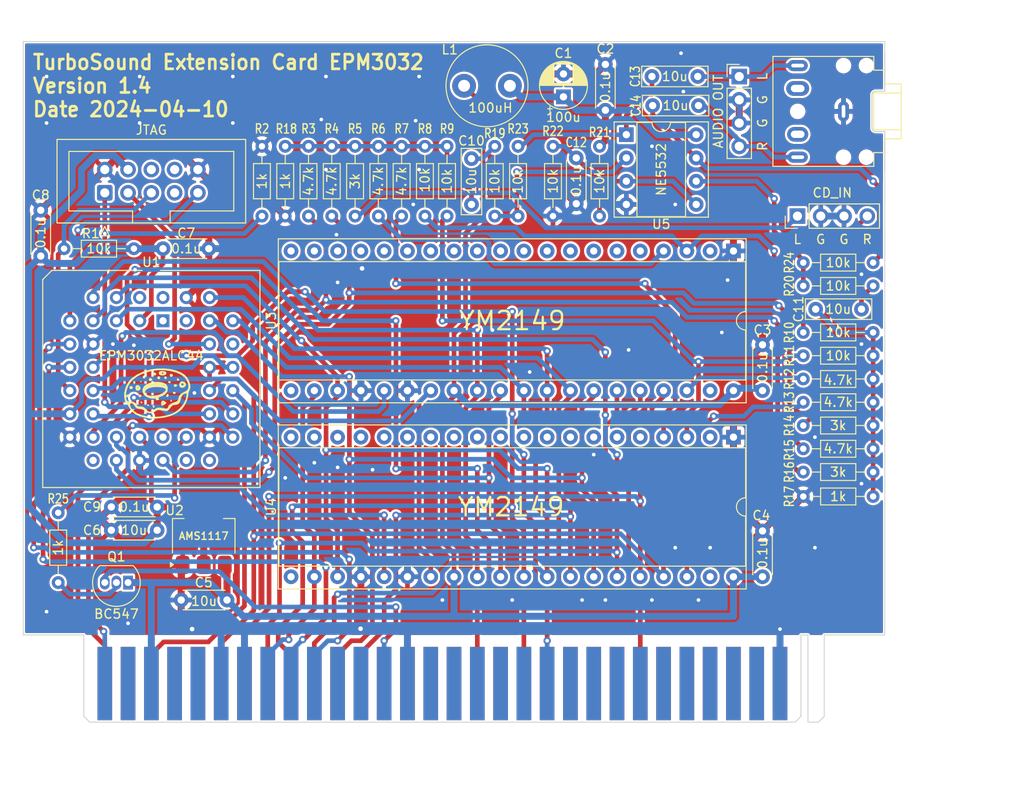
<source format=kicad_pcb>
(kicad_pcb (version 20240108) (generator "pcbnew") (generator_version "8.0")
  (title_block (title "TurboSound Extension Card EPM3032") (date "2024-04-10") (rev "1.4") (company "ponchick") (comment 1 "Original schematic and firmware by MikhaelK") (comment 2 "https://bitbucket.org/MikhaelK/double_ay_epm3032/src/master/"))
  (layers (0 "F.Cu" signal) (31 "B.Cu" signal) (34 "B.Paste" user) (35 "F.Paste" user) (36 "B.SilkS" user "B.Silkscreen") (37 "F.SilkS" user "F.Silkscreen") (38 "B.Mask" user) (39 "F.Mask" user) (44 "Edge.Cuts" user))
  (net 0 "")
  (net 1 "/VCCA")
  (net 2 "GND")
  (net 3 "+5V")
  (net 4 "+3.3V")
  (net 5 "Net-(C11-Pad2)")
  (net 6 "Net-(U5A-+)")
  (net 7 "Net-(C13-Pad1)")
  (net 8 "/LOUT")
  (net 9 "/ROUT")
  (net 10 "Net-(C14-Pad2)")
  (net 11 "/TCK")
  (net 12 "/TDO")
  (net 13 "/TMS")
  (net 17 "/TDI")
  (net 18 "/CDINL")
  (net 19 "/CDINR")
  (net 21 "Net-(C10-Pad1)")
  (net 22 "/~{IORQGE}")
  (net 28 "/TAPEOUT")
  (net 29 "/BEEPER")
  (net 34 "/~{RESET}")
  (net 35 "/D4")
  (net 36 "/~{IORQ}")
  (net 37 "/~{M1}")
  (net 38 "/A1")
  (net 39 "/A0")
  (net 40 "/~{WR}")
  (net 41 "/BDIR")
  (net 42 "/BC1")
  (net 44 "/A8_0")
  (net 45 "/A8_1")
  (net 49 "/A14")
  (net 50 "/A15")
  (net 51 "/D7")
  (net 52 "/D0")
  (net 54 "/D6")
  (net 55 "/D5")
  (net 56 "/D3")
  (net 57 "/CLK350")
  (net 59 "/D2")
  (net 60 "/D1")
  (net 71 "/YM_0_A")
  (net 79 "/YM_0_B")
  (net 80 "/YM_0_C")
  (net 81 "/YM_1_A")
  (net 82 "/YM_1_B")
  (net 83 "/YM_1_C")
  (net 87 "Net-(Q1-B)")
  (net 88 "Net-(U5A--)")
  (net 89 "Net-(U5B--)")
  (net 118 "Net-(C10-Pad2)")
  (net 125 "Net-(C11-Pad1)")
  (net 141 "/~{IORQGE33}")
  (footprint "Capacitor_THT:C_Disc_D4.3mm_W1.9mm_P5.00mm" (layer "F.Cu") (at 108.585 83.82 90)
    (property "Reference" "C4")
    (property "Value" "0.1u")
  )
  (footprint "Package_TO_SOT_THT:TO-92_Inline" (layer "F.Cu") (at 39.37 84.455 180)
    (property "Reference" "Q1")
    (property "Value" "BC547")
  )
  (footprint "Resistor_THT:R_Axial_DIN0204_L3.6mm_D1.6mm_P7.62mm_Horizontal" (layer "F.Cu") (at 90.805 36.83 -90)
    (property "Reference" "R21")
    (property "Value" "10k")
  )
  (footprint "Package_DIP:DIP-40_W15.24mm_Socket" (layer "F.Cu") (at 105.41 68.58 -90)
    (property "Reference" "U4")
    (property "Value" "YM2149")
  )
  (footprint "TS_ZXBUS:EDGE SLOT" (layer "F.Cu") (at 36.83 91.6686)
    (property "Reference" "J3" (hide yes))
    (property "Value" "System Ext" (hide yes))
  )
  (footprint "Resistor_THT:R_Axial_DIN0204_L3.6mm_D1.6mm_P7.62mm_Horizontal" (layer "F.Cu") (at 53.975 36.83 -90)
    (property "Reference" "R2")
    (property "Value" "1k")
  )
  (footprint "Resistor_THT:R_Axial_DIN0204_L3.6mm_D1.6mm_P7.62mm_Horizontal" (layer "F.Cu") (at 113.03 72.39)
    (property "Reference" "R16")
    (property "Value" "3k")
  )
  (footprint "Package_LCC:PLCC-44_THT-Socket" (layer "F.Cu") (at 43.18 55.88)
    (property "Reference" "U1")
    (property "Value" "EPM3032ALC44")
  )
  (footprint "Resistor_THT:R_Axial_DIN0204_L3.6mm_D1.6mm_P7.62mm_Horizontal" (layer "F.Cu") (at 85.725 44.45 90)
    (property "Reference" "R22")
    (property "Value" "10k")
  )
  (footprint "TS_ZXBUS:ponchick" (layer "F.Cu") (at 42.545 64.135)
    (property "Reference" "LOGO1" (hide yes))
    (property "Value" "LOGO" (hide yes))
  )
  (footprint "Capacitor_THT:C_Disc_D4.3mm_W1.9mm_P5.00mm" (layer "F.Cu") (at 29.845 48.815 90)
    (property "Reference" "C8")
    (property "Value" "0.1u")
  )
  (footprint "Resistor_THT:R_Axial_DIN0204_L3.6mm_D1.6mm_P7.62mm_Horizontal" (layer "F.Cu") (at 31.75 76.835 -90)
    (property "Reference" "R25")
    (property "Value" "1k")
  )
  (footprint "Package_DIP:DIP-8_W7.62mm_Socket" (layer "F.Cu") (at 93.726 35.56)
    (property "Reference" "U5")
    (property "Value" "NE5532")
  )
  (footprint "Connector_Audio:Jack_3.5mm_CUI_SJ1-3525N_Horizontal" (layer "F.Cu") (at 117.42 33.02 90)
    (property "Reference" "J5" (hide yes))
    (property "Value" "SJ1-3525N")
    (fp_line (start 1.8 3.1) (end -1.8 3.1) (stroke (width 0.12)) (layer "Edge.Cuts"))
    (fp_line (start 2.2 3.5) (end 2.2 4.5) (stroke (width 0.12)) (layer "Edge.Cuts"))
    (fp_line (start -2.2 3.5) (end -2.2 4.5) (stroke (width 0.12)) (layer "Edge.Cuts"))
    (fp_line (start 2.2 4.5) (end 6.5 4.5) (stroke (width 0.12)) (layer "Edge.Cuts"))
    (fp_line (start -2.2 4.5) (end -6.5 4.5) (stroke (width 0.12)) (layer "Edge.Cuts"))
    (fp_arc (start 1.8 3.1) (mid 2.082843 3.217157) (end 2.2 3.5) (stroke (width 0.12)) (layer "Edge.Cuts"))
    (fp_arc (start -2.2 3.5) (mid -2.082842 3.217158) (end -1.8 3.1) (stroke (width 0.12)) (layer "Edge.Cuts"))
  )
  (footprint "Connector_IDC:IDC-Header_2x05_P2.54mm_Vertical" (layer "F.Cu") (at 36.83 41.91 90)
    (property "Reference" "J1" (hide yes))
    (property "Value" "JTAG")
  )
  (footprint "Resistor_THT:R_Axial_DIN0204_L3.6mm_D1.6mm_P7.62mm_Horizontal" (layer "F.Cu") (at 113.03 49.53)
    (property "Reference" "R24")
    (property "Value" "10k")
  )
  (footprint "Inductor_THT:L_Radial_D8.7mm_P5.00mm_Fastron_07HCP" (layer "F.Cu") (at 81.026 30.226 180)
    (property "Reference" "L1")
    (property "Value" "100uH")
  )
  (footprint "Resistor_THT:R_Axial_DIN0204_L3.6mm_D1.6mm_P7.62mm_Horizontal" (layer "F.Cu") (at 113.03 59.69)
    (property "Reference" "R11")
    (property "Value" "10k")
  )
  (footprint "Package_DIP:DIP-40_W15.24mm_Socket" (layer "F.Cu") (at 105.41 48.26 -90)
    (property "Reference" "U3")
    (property "Value" "YM2149")
  )
  (footprint "Connector_PinHeader_2.54mm:PinHeader_1x04_P2.54mm_Vertical" (layer "F.Cu") (at 106.045 29.22)
    (property "Reference" "J4" (hide yes))
    (property "Value" "AUDIO OUT")
  )
  (footprint "Capacitor_THT:C_Disc_D4.3mm_W1.9mm_P5.00mm" (layer "F.Cu") (at 50.165 86.36 180)
    (property "Reference" "C5")
    (property "Value" "10u")
  )
  (footprint "Capacitor_THT:CP_Radial_D5.0mm_P2.50mm" (layer "F.Cu") (at 86.868 31.431113 90)
    (property "Reference" "C1")
    (property "Value" "100u")
  )
  (footprint "Resistor_THT:R_Axial_DIN0204_L3.6mm_D1.6mm_P7.62mm_Horizontal" (layer "F.Cu") (at 71.755 44.45 90)
    (property "Reference" "R8")
    (property "Value" "10k")
  )
  (footprint "Resistor_THT:R_Axial_DIN0204_L3.6mm_D1.6mm_P7.62mm_Horizontal" (layer "F.Cu") (at 113.03 62.23)
    (property "Reference" "R12")
    (property "Value" "4.7k")
  )
  (footprint "Resistor_THT:R_Axial_DIN0204_L3.6mm_D1.6mm_P7.62mm_Horizontal" (layer "F.Cu") (at 113.03 64.77)
    (property "Reference" "R13")
    (property "Value" "4.7k")
  )
  (footprint "Capacitor_THT:C_Disc_D4.3mm_W1.9mm_P5.00mm" (layer "F.Cu") (at 42.545 78.74 180)
    (property "Reference" "C6")
    (property "Value" "10u")
  )
  (footprint "Capacitor_THT:C_Disc_D4.3mm_W1.9mm_P5.00mm" (layer "F.Cu") (at 42.545 76.2 180)
    (property "Reference" "C9")
    (property "Value" "0.1u")
  )
  (footprint "Resistor_THT:R_Axial_DIN0204_L3.6mm_D1.6mm_P7.62mm_Horizontal" (layer "F.Cu") (at 56.515 44.45 90)
    (property "Reference" "R18")
    (property "Value" "1k")
  )
  (footprint "Resistor_THT:R_Axial_DIN0204_L3.6mm_D1.6mm_P7.62mm_Horizontal" (layer "F.Cu") (at 113.03 69.85)
    (property "Reference" "R15")
    (property "Value" "4.7k")
  )
  (footprint "Capacitor_THT:C_Disc_D4.3mm_W1.9mm_P5.00mm" (layer "F.Cu") (at 43.18 48.006)
    (property "Reference" "C7")
    (property "Value" "0.1u")
  )
  (footprint "Package_TO_SOT_SMD:SOT-223-3_TabPin2" (layer "F.Cu") (at 47.625 79.375 90)
    (property "Reference" "U2")
    (property "Value" "AMS1117")
  )
  (footprint "Capacitor_THT:C_Disc_D4.3mm_W1.9mm_P5.00mm" (layer "F.Cu") (at 88.265 38.1 -90)
    (property "Reference" "C12")
    (property "Value" "0.1u")
  )
  (footprint "Resistor_THT:R_Axial_DIN0204_L3.6mm_D1.6mm_P7.62mm_Horizontal" (layer "F.Cu") (at 74.168 44.45 90)
    (property "Reference" "R9")
    (property "Value" "10k")
  )
  (footprint "Resistor_THT:R_Axial_DIN0204_L3.6mm_D1.6mm_P7.62mm_Horizontal" (layer "F.Cu") (at 69.215 44.45 90)
    (property "Reference" "R7")
    (property "Value" "4.7k")
  )
  (footprint "Resistor_THT:R_Axial_DIN0204_L3.6mm_D1.6mm_P7.62mm_Horizontal" (layer "F.Cu") (at 66.675 44.45 90)
    (property "Reference" "R6")
    (property "Value" "4.7k")
  )
  (footprint "Capacitor_THT:C_Disc_D4.3mm_W1.9mm_P5.00mm" (layer "F.Cu") (at 91.44 32.893 90)
    (property "Reference" "C2")
    (property "Value" "0.1u")
  )
  (footprint "Capacitor_THT:C_Rect_L7.0mm_W2.0mm_P5.00mm" (layer "F.Cu") (at 119.38 54.61 180)
    (property "Reference" "C11")
    (property "Value" "10u")
  )
  (footprint "Resistor_THT:R_Axial_DIN0204_L3.6mm_D1.6mm_P7.62mm_Horizontal" (layer "F.Cu") (at 113.03 67.31)
    (property "Reference" "R14")
    (property "Value" "3k")
  )
  (footprint "Resistor_THT:R_Axial_DIN0204_L3.6mm_D1.6mm_P7.62mm_Horizontal" (layer "F.Cu") (at 61.595 44.45 90)
    (property "Reference" "R4")
    (property "Value" "4.7k")
  )
  (footprint "Capacitor_THT:C_Disc_D4.3mm_W1.9mm_P5.00mm" (layer "F.Cu") (at 108.585 63.5 90)
    (property "Reference" "C3")
    (property "Value" "0.1u")
  )
  (footprint "Resistor_THT:R_Axial_DIN0204_L3.6mm_D1.6mm_P7.62mm_Horizontal" (layer "F.Cu") (at 81.915 44.45 90)
    (property "Reference" "R23")
    (property "Value" "10k")
  )
  (footprint "Resistor_THT:R_Axial_DIN0204_L3.6mm_D1.6mm_P7.62mm_Horizontal" (layer "F.Cu") (at 113.03 57.15)
    (property "Reference" "R10")
    (property "Value" "10k")
  )
  (footprint "Capacitor_THT:C_Rect_L7.0mm_W2.0mm_P5.00mm" (layer "F.Cu") (at 96.52 29.21)
    (property "Reference" "C13")
    (property "Value" "10u")
  )
  (footprint "Connector_PinHeader_2.54mm:PinHeader_1x04_P2.54mm_Vertical" (layer "F.Cu") (at 112.395 44.45 90)
    (property "Reference" "J2" (hide yes))
    (property "Value" "CD_IN")
  )
  (footprint "Resistor_THT:R_Axial_DIN0204_L3.6mm_D1.6mm_P7.62mm_Horizontal" (layer "F.Cu") (at 59.055 44.45 90)
    (property "Reference" "R3")
    (property "Value" "4.7k")
  )
  (footprint "Resistor_THT:R_Axial_DIN0204_L3.6mm_D1.6mm_P7.62mm_Horizontal" (layer "F.Cu") (at 113.03 75.057)
    (property "Reference" "R17")
    (property "Value" "1k")
  )
  (footprint "Resistor_THT:R_Axial_DIN0204_L3.6mm_D1.6mm_P7.62mm_Horizontal" (layer "F.Cu") (at 32.385 48.006)
    (property "Reference" "R1")
    (property "Value" "10k")
  )
  (footprint "Capacitor_THT:C_Rect_L7.0mm_W2.0mm_P5.00mm" (layer "F.Cu") (at 101.6 32.385 180)
    (property "Reference" "C14")
    (property "Value" "10u")
  )
  (footprint "Resistor_THT:R_Axial_DIN0204_L3.6mm_D1.6mm_P7.62mm_Horizontal" (layer "F.Cu") (at 64.135 44.45 90)
    (property "Reference" "R5")
    (property "Value" "3k")
  )
  (footprint "Resistor_THT:R_Axial_DIN0204_L3.6mm_D1.6mm_P7.62mm_Horizontal" (layer "F.Cu") (at 120.65 52.07 180)
    (property "Reference" "R20")
    (property "Value" "10k")
  )
  (footprint "Resistor_THT:R_Axial_DIN0204_L3.6mm_D1.6mm_P7.62mm_Horizontal" (layer "F.Cu") (at 79.375 36.83 -90)
    (property "Reference" "R19")
    (property "Value" "10k")
  )
  (footprint "Capacitor_THT:C_Rect_L7.0mm_W2.0mm_P5.00mm" (layer "F.Cu") (at 76.835 43.18 90)
    (property "Reference" "C10")
    (property "Value" "10u")
  )
  (gr_line (start 34.544 90.17) (end 34.544 99.06) (stroke (width 0.1)) (layer "Edge.Cuts"))
  (gr_line (start 27.94 90.17) (end 34.544 90.17) (stroke (width 0.1)) (layer "Edge.Cuts"))
  (gr_line (start 115.316 90.17) (end 121.92 90.17) (stroke (width 0.1)) (layer "Edge.Cuts"))
  (gr_line (start 112.776 90.17) (end 112.776 99.06) (stroke (width 0.1)) (layer "Edge.Cuts"))
  (gr_line (start 113.538 99.695) (end 114.681 99.695) (stroke (width 0.1)) (layer "Edge.Cuts"))
  (gr_line (start 115.316 90.17) (end 115.316 99.06) (stroke (width 0.1)) (layer "Edge.Cuts"))
  (gr_line (start 114.681 99.695) (end 115.316 99.06) (stroke (width 0.1)) (layer "Edge.Cuts"))
  (gr_line (start 112.141 99.695) (end 112.776 99.06) (stroke (width 0.1)) (layer "Edge.Cuts"))
  (gr_line (start 112.776 90.17) (end 113.538 90.17) (stroke (width 0.1)) (layer "Edge.Cuts"))
  (gr_line (start 27.94 25.4) (end 27.94 90.17) (stroke (width 0.1)) (layer "Edge.Cuts"))
  (gr_line (start 121.92 25.4) (end 121.92 26.52) (stroke (width 0.1)) (layer "Edge.Cuts"))
  (gr_line (start 35.179 99.695) (end 112.141 99.695) (stroke (width 0.1)) (layer "Edge.Cuts"))
  (gr_line (start 35.179 99.695) (end 34.544 99.06) (stroke (width 0.1)) (layer "Edge.Cuts"))
  (gr_line (start 121.92 90.17) (end 121.92 39.52) (stroke (width 0.1)) (layer "Edge.Cuts"))
  (gr_line (start 27.94 25.4) (end 121.92 25.4) (stroke (width 0.1)) (layer "Edge.Cuts"))
  (gr_line (start 113.538 90.17) (end 113.538 99.695) (stroke (width 0.1)) (layer "Edge.Cuts"))
  (gr_text "R" (at 108.585 36.83 90) (layer "F.SilkS") (effects (font (size 1 1))))
  (gr_text "G" (at 108.585 34.29 90) (layer "F.SilkS") (effects (font (size 1 1))))
  (gr_text "R" (at 120.005 46.99 0) (layer "F.SilkS") (effects (font (size 1 1))))
  (gr_text "G" (at 117.465 46.99 0) (layer "F.SilkS") (effects (font (size 1 1))))
  (gr_text "L" (at 112.385 46.99 0) (layer "F.SilkS") (effects (font (size 1 1))))
  (gr_text "${TITLE}\nVersion ${REVISION}\nDate ${ISSUE_DATE}" (at 28.829 30.226 0) (layer "F.SilkS") (effects (font (size 1.6 1.5) (thickness 0.3)) (justify left)))
  (gr_text "G" (at 114.925 46.99 0) (layer "F.SilkS") (effects (font (size 1 1))))
  (gr_text "L" (at 108.585 29.21 90) (layer "F.SilkS") (effects (font (size 1 1))))
  (gr_text "G" (at 108.585 31.75 90) (layer "F.SilkS") (effects (font (size 1 1))))
  (segment (start 91.44 32.893) (end 91.44 36.195) (width 0.762) (layer "F.Cu") (net 1))
  (segment (start 91.44 36.195) (end 90.805 36.83) (width 0.762) (layer "F.Cu") (net 1))
  (segment (start 82.231113 31.431113) (end 86.868 31.431113) (width 0.762) (layer "B.Cu") (net 1))
  (segment (start 86.868 31.431113) (end 88.329887 32.893) (width 0.762) (layer "B.Cu") (net 1))
  (segment (start 94.488 32.893) (end 97.165 35.57) (width 0.762) (layer "B.Cu") (net 1))
  (segment (start 97.165 35.57) (end 101.336 35.57) (width 0.762) (layer "B.Cu") (net 1))
  (segment (start 88.329887 32.893) (end 91.44 32.893) (width 0.762) (layer "B.Cu") (net 1))
  (segment (start 81.026 30.226) (end 82.231113 31.431113) (width 0.762) (layer "B.Cu") (net 1))
  (segment (start 91.44 32.893) (end 94.488 32.893) (width 0.762) (layer "B.Cu") (net 1))
  (segment (start 44.5548 60.96) (end 48.26 60.96) (width 0.508) (layer "F.Cu") (net 2))
  (segment (start 104.013 45.085) (end 104.013 34.798) (width 0.762) (layer "F.Cu") (net 2))
  (segment (start 33.02 68.58) (end 34.29 67.31) (width 0.508) (layer "F.Cu") (net 2))
  (segment (start 36.83 39.37) (end 34.544 41.656) (width 0.762) (layer "F.Cu") (net 2))
  (segment (start 48.18 50.88) (end 48.18 48.006) (width 0.762) (layer "F.Cu") (net 2))
  (segment (start 110.57 76.835) (end 108.585 78.82) (width 0.762) (layer "F.Cu") (net 2))
  (segment (start 88.265 43.1) (end 84.328 39.163) (width 0.762) (layer "F.Cu") (net 2))
  (segment (start 105.41 48.26) (end 105.41 46.482) (width 0.762) (layer "F.Cu") (net 2))
  (segment (start 111.252 76.835) (end 110.57 76.835) (width 0.762) (layer "F.Cu") (net 2))
  (segment (start 110.49 95.4786) (end 110.49 89.535) (width 0.762) (layer "F.Cu") (net 2))
  (segment (start 46.99 54.61) (end 46.99 56.7246) (width 0.508) (layer "F.Cu") (net 2))
  (segment (start 86.868 28.931113) (end 90.401887 28.931113) (width 0.762) (layer "F.Cu") (net 2))
  (segment (start 64.765 57.155) (end 64.765 63.495) (width 0.762) (layer "F.Cu") (net 2))
  (segment (start 106.045 31.76) (end 106.045 34.3) (width 0.762) (layer "F.Cu") (net 2))
  (segment (start 104.511 34.3) (end 106.045 34.3) (width 0.762) (layer "F.Cu") (net 2))
  (segment (start 45.72 53.34) (end 48.18 50.88) (width 0.762) (layer "F.Cu") (net 2))
  (segment (start 34.29 67.31) (end 34.29 59.69) (width 0.508) (layer "F.Cu") (net 2))
  (segment (start 46.99 56.7246) (end 44.5548 59.1598) (width 0.508) (layer "F.Cu") (net 2))
  (segment (start 64.730773 89.495773) (end 64.77 89.456546) (width 0.762) (layer "F.Cu") (net 2))
  (segment (start 46.355 89.535) (end 45.165 88.345) (width 0.762) (layer "F.Cu") (net 2))
  (segment (start 105.41 68.58) (end 105.41 66.294) (width 0.762) (layer "F.Cu") (net 2))
  (segment (start 36.449 77.644) (end 36.449 77.296) (width 0.762) (layer "F.Cu") (net 2))
  (segment (start 85.114887 28.931113) (end 86.868 28.931113) (width 0.762) (layer "F.Cu") (net 2))
  (segment (start 32.004 41.656) (end 29.845 43.815) (width 0.762) (layer "F.Cu") (net 2))
  (segment (start 48.18 46.435) (end 48.895 45.72) (width 0.762) (layer "F.Cu") (net 2))
  (segment (start 37.545 76.2) (end 40.64 73.105) (width 0.762) (layer "F.Cu") (net 2))
  (segment (start 45.165 88.345) (end 45.165 82.685) (width 0.762) (layer "F.Cu") (net 2))
  (segment (start 105.41 66.294) (end 107.061 64.643) (width 0.762) (layer "F.Cu") (net 2))
  (segment (start 41.33 82.525) (end 37.545 78.74) (width 0.762) (layer "F.Cu") (net 2))
  (segment (start 113.03 75.057) (end 111.252 76.835) (width 0.762) (layer "F.Cu") (net 2))
  (segment (start 108.585 78.78) (end 105.41 75.605) (width 0.762) (layer "F.Cu") (net 2))
  (segment (start 105.41 50.038) (end 105.41 48.26) (width 0.762) (layer "F.Cu") (net 2))
  (segment (start 56.515 44.45) (end 53.34 41.275) (width 0.762) (layer "F.Cu") (net 2))
  (segment (start 64.897 50.165) (end 64.77 50.292) (width 0.762) (layer "F.Cu") (net 2))
  (segment (start 84.328 29.718) (end 85.114887 28.931113) (width 0.762) (layer "F.Cu") (net 2))
  (segment (start 64.77 50.292) (end 64.77 57.15) (width 0.762) (layer "F.Cu") (net 2))
  (segment (start 64.77 89.456546) (end 64.77 83.82) (width 0.762) (layer "F.Cu") (net 2))
  (segment (start 48.18 48.006) (end 48.18 46.435) (width 0.762) (layer "F.Cu") (net 2))
  (segment (start 48.895 45.72) (end 48.895 41.275) (width 0.762) (layer "F.Cu") (net 2))
  (segment (start 34.29 59.69) (end 35.56 58.42) (width 0.508) (layer "F.Cu") (net 2))
  (segment (start 108.585 53.213) (end 105.41 50.038) (width 0.762) (layer "F.Cu") (net 2))
  (segment (start 44.5548 64.8748) (end 48.26 68.58) (width 0.508) (layer "F.Cu") (net 2))
  (segment (start 105.41 75.605) (end 105.41 68.58) (width 0.762) (layer "F.Cu") (net 2))
  (segment (start 37.545 78.74) (end 36.449 77.644) (width 0.762) (layer "F.Cu") (net 2))
  (segment (start 107.061 60.071) (end 108.585 58.547) (width 0.762) (layer "F.Cu") (net 2))
  (segment (start 53.34 41.275) (end 48.895 41.275) (width 0.762) (layer "F.Cu") (net 2))
  (segment (start 104.013 34.798) (end 104.511 34.3) (width 0.762) (layer "F.Cu") (net 2))
  (segment (start 44.5548 59.1598) (end 44.5548 64.8748) (width 0.508) (layer "F.Cu") (net 2))
  (segment (start 36.449 77.296) (end 37.545 76.2) (width 0.762) (layer "F.Cu") (net 2))
  (segment (start 107.061 64.643) (end 107.061 60.071) (width 0.762) (layer "F.Cu") (net 2))
  (segment (start 84.328 39.163) (end 84.328 29.718) (width 0.762) (layer "F.Cu") (net 2))
  (segment (start 108.585 89.535) (end 107.204 88.154) (width 0.762) (layer "F.Cu") (net 2))
  (segment (start 107.204 80.161) (end 108.585 78.78) (width 0.762) (layer "F.Cu") (net 2))
  (segment (start 38.735 37.465) (end 45.085 37.465) (width 0.762) (layer "F.Cu") (net 2))
  (segment (start 64.77 57.15) (end 64.765 57.155) (width 0.762) (layer "F.Cu") (net 2))
  (segment (start 90.401887 28.931113) (end 91.44 27.893) (width 0.762) (layer "F.Cu") (net 2))
  (segment (start 45.72 53.34) (end 46.99 54.61) (width 0.508) (layer "F.Cu") (net 2))
  (segment (start 34.544 41.656) (end 32.004 41.656) (width 0.762) (layer "F.Cu") (net 2))
  (segment (start 45.325 82.525) (end 41.33 82.525) (width 0.762) (layer "F.Cu") (net 2))
  (segment (start 45.085 37.465) (end 46.99 39.37) (width 0.762) (layer "F.Cu") (net 2))
  (segment (start 107.204 88.154) (end 107.204 80.161) (width 0.762) (layer "F.Cu") (net 2))
  (segment (start 40.64 73.105) (end 40.64 71.12) (width 0.762) (layer "F.Cu") (net 2))
  (segment (start 36.83 39.37) (end 38.735 37.465) (width 0.762) (layer "F.Cu") (net 2))
  (segment (start 110.49 89.535) (end 108.585 89.535) (width 0.762) (layer "F.Cu") (net 2))
  (segment (start 48.895 41.275) (end 46.99 39.37) (width 0.762) (layer "F.Cu") (net 2))
  (segment (start 105.41 46.482) (end 104.013 45.085) (width 0.762) (layer "F.Cu") (net 2))
  (segment (start 108.585 58.5) (end 108.585 53.213) (width 0.762) (layer "F.Cu") (net 2))
  (via (at 110.49 89.535) (size 0.8) (drill 0.4) (layers "F.Cu" "B.Cu") (net 2))
  (via (at 70.485 43.18) (size 0.8) (drill 0.4) (layers "F.Cu" "B.Cu") (net 2))
  (via (at 40.64 29.21) (size 0.8) (drill 0.4) (layers "F.Cu" "B.Cu") (net 2))
  (via (at 99.06 80.645) (size 0.8) (drill 0.4) (layers "F.Cu" "B.Cu") (net 2))
  (via (at 81.28 86.36) (size 0.8) (drill 0.4) (layers "F.Cu" "B.Cu") (net 2))
  (via (at 91.44 86.36) (size 0.8) (drill 0.4) (layers "F.Cu" "B.Cu") (net 2))
  (via (at 66.04 72.136) (size 0.8) (drill 0.4) (layers "F.Cu" "B.Cu") (net 2))
  (via (at 40.64 34.29) (size 0.8) (drill 0.4) (layers "F.Cu" "B.Cu") (net 2))
  (via (at 62.23 71.882) (size 0.8) (drill 0.4) (layers "F.Cu" "B.Cu") (net 2))
  (via (at 71.12 29.21) (size 0.8) (drill 0.4) (layers "F.Cu" "B.Cu") (net 2))
  (via (at 71.12 39.37) (size 0.8) (drill 0.4) (layers "F.Cu" "B.Cu") (net 2))
  (via (at 102.87 80.645) (size 0.8) (drill 0.4) (layers "F.Cu" "B.Cu") (net 2))
  (via (at 119.38 73.66) (size 0.8) (drill 0.4) (layers "F.Cu" "B.Cu") (net 2))
  (via (at 83.185 61.468) (size 0.8) (drill 0.4) (layers "F.Cu" "B.Cu") (net 2))
  (via (at 62.23 51.689) (size 0.8) (drill 0.4) (layers "F.Cu" "B.Cu") (net 2))
  (via (at 119.38 58.42) (size 0.8) (drill 0.4) (layers "F.Cu" "B.Cu") (net 2))
  (via (at 46.609 63.754) (size 0.8) (drill 0.4) (layers "F.Cu" "B.Cu") (net 2))
  (via (at 40.005 58.547) (size 0.8) (drill 0.4) (layers "F.Cu" "B.Cu") (net 2))
  (via (at 46.355 89.535) (size 1) (drill 0.5) (layers "F.Cu" "B.Cu") (net 2))
  (via (at 30.48 34.29) (size 0.8) (drill 0.4) (layers "F.Cu" "B.Cu") (net 2))
  (via (at 56.515 73.025) (size 0.8) (drill 0.4) (layers "F.Cu" "B.Cu") (net 2))
  (via (at 60.452 33.909) (size 0.8) (drill 0.4) (layers "F.Cu" "B.Cu") (net 2))
  (via (at 50.8 29.21) (size 0.8) (drill 0.4) (layers "F.Cu" "B.Cu") (net 2))
  (via (at 99.695 26.67) (size 0.8) (drill 0.4) (layers "F.Cu" "B.Cu") (net 2))
  (via (at 30.48 29.21) (size 0.8) (drill 0.4) (layers "F.Cu" "B.Cu") (net 2))
  (via (at 93.98 59.055) (size 0.8) (drill 0.4) (layers "F.Cu" "B.Cu") (net 2))
  (via (at 64.897 50.165) (size 1) (drill 0.5) (layers "F.Cu" "B.Cu") (net 2))
  (via (at 59.69 71.374) (size 0.8) (drill 0.4) (layers "F.Cu" "B.Cu") (net 2))
  (via (at 88.9 86.36) (size 0.8) (drill 0.4) (layers "F.Cu" "B.Cu") (net 2))
  (via (at 39.37 88.9) (size 0.8) (drill 0.4) (layers "F.Cu" "B.Cu") (net 2))
  (via (at 101.6 86.36) (size 0.8) (drill 0.4) (layers "F.Cu" "B.Cu") (net 2))
  (via (at 114.3 80.645) (size 0.8) (drill 0.4) (layers "F.Cu" "B.Cu") (net 2))
  (via (at 30.48 87.63) (size 0.8) (drill 0.4) (layers "F.Cu" "B.Cu") (net 2))
  (via (at 99.949 30.861) (size 0.8) (drill 0.4) (layers "F.Cu" "B.Cu") (net 2))
  (via (at 114.3 68.58) (size 0.8) (drill 0.4) (layers "F.Cu" "B.Cu") (net 2))
  (via (at 62.103 46.482) (size 0.8) (drill 0.4) (layers "F.Cu" "B.Cu") (net 2))
  (via (at 99.06 43.18) (size 0.8) (drill 0.4) (layers "F.Cu" "B.Cu") (net 2))
  (via (at 96.52 36.83) (size 0.8) (drill 0.4) (layers "F.Cu" "B.Cu") (net 2))
  (via (at 60.96 29.21) (size 0.8) (drill 0.4) (layers "F.Cu" "B.Cu") (net 2))
  (via (at 37.719 58.42) (size 0.8) (drill 0.4) (layers "F.Cu" "B.Cu") (net 2))
  (via (at 119.38 50.8) (size 0.8) (drill 0.4) (layers "F.Cu" "B.Cu") (net 2))
  (via (at 50.8 34.29) (size 0.8) (drill 0.4) (layers "F.Cu" "B.Cu") (net 2))
  (via (at 60.96 39.37) (size 0.8) (drill 0.4) (layers "F.Cu" "B.Cu") (net 2))
  (via (at 79.121 56.896) (size 0.8) (drill 0.4) (layers "F.Cu" "B.Cu") (net 2))
  (via (at 73.66 86.36) (size 0.8) (drill 0.4) (layers "F.Cu" "B.Cu") (net 2))
  (via (at 90.17 70.485) (size 0.8) (drill 0.4) (layers "F.Cu" "B.Cu") (net 2))
  (via (at 104.775 51.435) (size 0.8) (drill 0.4) (layers "F.Cu" "B.Cu") (net 2))
  (via (at 96.52 86.36) (size 0.8) (drill 0.4) (layers "F.Cu" "B.Cu") (net 2))
  (via (at 70.739 34.036) (size 0.8) (drill 0.4) (layers "F.Cu" "B.Cu") (net 2))
  (via (at 64.730773 89.495773) (size 1) (drill 0.5) (layers "F.Cu" "B.Cu") (net 2))
  (via (at 104.14 57.15) (size 0.8) (drill 0.4) (layers "F.Cu" "B.Cu") (net 2))
  (segment (start 110.49 89.535) (end 110.49 95.4786) (width 0.762) (layer "B.Cu") (net 2))
  (segment (start 64.77 82.042) (end 69.85 82.042) (width 0.762) (layer "B.Cu") (net 2))
  (segment (start 110.49 89.535) (end 69.85 89.535) (width 0.762) (layer "B.Cu") (net 2))
  (segment (start 109.992 31.76) (end 106.045 31.76) (width 0.508) (layer "B.Cu") (net 2))
  (segment (start 64.730773 89.495773) (end 64.691546 89.535) (width 0.762) (layer "B.Cu") (net 2))
  (segment (start 40.132 69.85) (end 40.64 69.85) (width 0.508) (layer "B.Cu") (net 2))
  (segment (start 64.691546 89.535) (end 52.705 89.535) (width 0.762) (layer "B.Cu") (net 2))
  (segment (start 40.64 70.231) (end 40.64 69.85) (width 0.508) (layer "B.Cu") (net 2))
  (segment (start 64.897 50.165) (end 65.405 50.673) (width 0.762) (layer "B.Cu") (net 2))
  (segment (start 64.77 83.82) (end 64.77 82.042) (width 0.762) (layer "B.Cu") (net 2))
  (segment (start 64.730773 89.495773) (end 64.77 89.535) (width 0.762) (layer "B.Cu") (net 2))
  (segment (start 34.29 67.31) (end 38.608 67.31) (width 0.508) (layer "B.Cu") (net 2))
  (segment (start 91.059 42.037) (end 89.328 42.037) (width 0.762) (layer "B.Cu") (net 2))
  (segment (start 86.915 44.45) (end 85.725 44.45) (width 0.762) (layer "B.Cu") (net 2))
  (segment (start 92.202 43.18) (end 91.059 42.037) (width 0.762) (layer "B.Cu") (net 2))
  (segment (start 40.64 70.231) (end 40.64 71.12) (width 0.508) (layer "B.Cu") (net 2))
  (segment (start 40.64 69.85) (end 46.99 69.85) (width 0.508) (layer "B.Cu") (net 2))
  (segment (start 33.02 68.58) (end 34.29 67.31) (width 0.508) (layer "B.Cu") (net 2))
  (segment (start 114.681 31.877) (end 110.109 31.877) (width 0.508) (layer "B.Cu") (net 2))
  (segment (start 49.53 89.535) (end 49.53 95.4786) (width 0.762) (layer "B.Cu") (net 2))
  (segment (start 69.85 82.042) (end 69.85 83.82) (width 0.762) (layer "B.Cu") (net 2))
  (segment (start 114.935 44.45) (end 117.475 44.45) (width 0.762) (layer "B.Cu") (net 2))
  (segment (start 64.77 89.535) (end 69.85 89.535) (width 0.762) (layer "B.Cu") (net 2))
  (segment (start 49.53 89.535) (end 52.07 89.535) (width 0.762) (layer "B.Cu") (net 2))
  (segment (start 47.498 89.535) (end 49.53 89.535) (width 0.762) (layer "B.Cu") (net 2))
  (segment (start 39.37 68.072) (end 39.37 69.088) (width 0.508) (layer "B.Cu") (net 2))
  (segment (start 46.99 69.85) (end 48.26 68.58) (width 0.508) (layer "B.Cu") (net 2))
  (segment (start 52.07 95.4786) (end 52.07 89.535) (width 0.762) (layer "B.Cu") (net 2))
  (segment (start 117.42 33.02) (end 115.824 33.02) (width 0.508) (layer "B.Cu") (net 2))
  (segment (start 69.85 61.976) (end 69.85 63.5) (width 0.762) (layer "B.Cu") (net 2))
  (segment (start 65.405 50.673) (end 102.997 50.673) (width 0.762) (layer "B.Cu") (net 2))
  (segment (start 94.408 30.861) (end 91.44 27.893) (width 0.762) (layer "B.Cu") (net 2))
  (segment (start 99.949 30.861) (end 94.408 30.861) (width 0.762) (layer "B.Cu") (net 2))
  (segment (start 115.824 33.02) (end 114.681 31.877) (width 0.508) (layer "B.Cu") (net 2))
  (segment (start 88.265 43.1) (end 86.915 44.45) (width 0.762) (layer "B.Cu") (net 2))
  (segment (start 39.37 69.088) (end 40.132 69.85) (width 0.508) (layer "B.Cu") (net 2))
  (segment (start 93.726 43.18) (end 92.202 43.18) (width 0.762) (layer "B.Cu") (net 2))
  (segment (start 47.498 89.535) (end 46.355 89.535) (width 0.762) (layer "B.Cu") (net 2))
  (segment (start 69.85 95.4786) (end 69.85 89.535) (width 0.762) (layer "B.Cu") (net 2))
  (segment (start 110.109 31.877) (end 109.992 31.76) (width 0.508) (layer "B.Cu") (net 2))
  (segment (start 64.897 50.165) (end 56.769 50.165) (width 0.762) (layer "B.Cu") (net 2))
  (segment (start 56.769 50.165) (end 54.61 48.006) (width 0.762) (layer "B.Cu") (net 2))
  (segment (start 103.378 30.861) (end 104.277 31.76) (width 0.762) (layer "B.Cu") (net 2))
  (segment (start 99.949 30.861) (end 103.378 30.861) (width 0.762) (layer "B.Cu") (net 2))
  (segment (start 104.277 31.76) (end 106.045 31.76) (width 0.762) (layer "B.Cu") (net 2))
  (segment (start 64.77 63.5) (end 64.77 61.976) (width 0.762) (layer "B.Cu") (net 2))
  (segment (start 102.997 50.673) (end 105.41 48.26) (width 0.762) (layer "B.Cu") (net 2))
  (segment (start 38.608 67.31) (end 39.37 68.072) (width 0.508) (layer "B.Cu") (net 2))
  (segment (start 89.328 42.037) (end 88.265 43.1) (width 0.762) (layer "B.Cu") (net 2))
  (segment (start 64.77 61.976) (end 69.85 61.976) (width 0.762) (layer "B.Cu") (net 2))
  (segment (start 54.61 48.006) (end 48.18 48.006) (width 0.762) (layer "B.Cu") (net 2))
  (segment (start 74.93 81.28) (end 73.66 80.01) (width 0.508) (layer "F.Cu") (net 3))
  (segment (start 76.184 46.339) (end 78.094 44.429) (width 0.508) (layer "F.Cu") (net 3))
  (segment (start 50.165 86.36) (end 50.165 82.765) (width 0.762) (layer "F.Cu") (net 3))
  (segment (start 78.094 32.294) (end 76.026 30.226) (width 0.508) (layer "F.Cu") (net 3))
  (segment (start 74.93 83.81) (end 74.93 81.28) (width 0.508) (layer "F.Cu") (net 3))
  (segment (start 78.094 44.429) (end 78.094 32.294) (width 0.508) (layer "F.Cu") (net 3))
  (segment (start 74.925 64.14) (end 74.925 63.495) (width 0.508) (layer "F.Cu") (net 3))
  (segment (start 74.93 57.277) (end 76.184 56.023) (width 0.508) (layer "F.Cu") (net 3))
  (segment (start 76.184 56.023) (end 76.184 46.339) (width 0.508) (layer "F.Cu") (net 3))
  (segment (start 74.93 63.5) (end 74.93 57.277) (width 0.508) (layer "F.Cu") (net 3))
  (segment (start 73.66 80.01) (end 73.66 65.405) (width 0.508) (layer "F.Cu") (net 3))
  (segment (start 73.66 65.405) (end 74.925 64.14) (width 0.508) (layer "F.Cu") (net 3))
  (segment (start 51.943 88.138) (end 74.93 88.138) (width 0.762) (layer "B.Cu") (net 3))
  (segment (start 105.41 88.138) (end 105.41 83.82) (width 0.762) (layer "B.Cu") (net 3))
  (segment (start 74.93 63.5) (end 76.454 65.024) (width 0.762) (layer "B.Cu") (net 3))
  (segment (start 103.886 65.024) (end 105.41 63.5) (width 0.762) (layer "B.Cu") (net 3))
  (segment (start 41.91 84.455) (end 39.37 84.455) (width 0.762) (layer "B.Cu") (net 3))
  (segment (start 74.93 83.82) (end 74.93 88.138) (width 0.762) (layer "B.Cu") (net 3))
  (segment (start 50.165 86.36) (end 51.943 88.138) (width 0.762) (layer "B.Cu") (net 3))
  (segment (start 50.165 86.36) (end 48.26 84.455) (width 0.762) (layer "B.Cu") (net 3))
  (segment (start 48.26 84.455) (end 39.37 84.455) (width 0.762) (layer "B.Cu") (net 3))
  (segment (start 41.91 95.4786) (end 41.91 84.455) (width 0.762) (layer "B.Cu") (net 3))
  (segment (start 74.93 88.138) (end 105.41 88.138) (width 0.762) (layer "B.Cu") (net 3))
  (segment (start 108.331 63.246) (end 105.664 63.246) (width 0.762) (layer "B.Cu") (net 3))
  (segment (start 76.454 65.024) (end 103.886 65.024) (width 0.762) (layer "B.Cu") (net 3))
  (segment (start 105.41 83.82) (end 108.545 83.82) (width 0.762) (layer "B.Cu") (net 3))
  (segment (start 41.91 75.565) (end 41.91 69.85) (width 0.508) (layer "F.Cu") (net 4))
  (segment (start 42.545 76.2) (end 42.545 78.74) (width 0.762) (layer "F.Cu") (net 4))
  (segment (start 42.545 76.2) (end 41.91 75.565) (width 0.508) (layer "F.Cu") (net 4))
  (segment (start 43.18 48.006) (end 43.18 49.657) (width 0.508) (layer "F.Cu") (net 4))
  (segment (start 47.6 76.2) (end 42.545 76.2) (width 0.762) (layer "F.Cu") (net 4))
  (segment (start 41.91 50.927) (end 41.91 54.61) (width 0.508) (layer "F.Cu") (net 4))
  (segment (start 41.91 69.85) (end 40.64 68.58) (width 0.508) (layer "F.Cu") (net 4))
  (segment (start 43.18 49.657) (end 41.91 50.927) (width 0.508) (layer "F.Cu") (net 4))
  (segment (start 47.625 76.225) (end 47.6 76.2) (width 0.762) (layer "F.Cu") (net 4))
  (segment (start 41.91 54.61) (end 40.64 55.88) (width 0.508) (layer "F.Cu") (net 4))
  (segment (start 47.625 82.525) (end 47.625 76.225) (width 0.762) (layer "F.Cu") (net 4))
  (segment (start 32.496 80.121) (end 28.521 76.146) (width 0.762) (layer "B.Cu") (net 4))
  (segment (start 49.9745 60.96) (end 48.7045 59.69) (width 0.508) (layer "B.Cu") (net 4))
  (segment (start 50.8 60.96) (end 49.9745 60.96) (width 0.508) (layer "B.Cu") (net 4))
  (segment (start 37.957 80.121) (end 32.496 80.121) (width 0.762) (layer "B.Cu") (net 4))
  (segment (start 47.625 59.69) (end 46.355 60.96) (width 0.508) (layer "B.Cu") (net 4))
  (segment (start 34.29 64.77) (end 33.02 66.04) (width 0.508) (layer "B.Cu") (net 4))
  (segment (start 37.973 80.137) (end 37.957 80.121) (width 0.762) (layer "B.Cu") (net 4))
  (segment (start 48.7045 59.69) (end 47.625 59.69) (width 0.508) (layer "B.Cu") (net 4))
  (segment (start 34.29 39.37) (end 35.814 37.846) (width 0.762) (layer "B.Cu") (net 4))
  (segment (start 29.845 46.101) (end 34.29 41.656) (width 0.762) (layer "B.Cu") (net 4))
  (segment (start 34.29 62.865) (end 34.29 64.77) (width 0.508) (layer "B.Cu") (net 4))
  (segment (start 35.306 48.006) (end 33.697001 49.614999) (width 0.762) (layer "B.Cu") (net 4))
  (segment (start 30.644999 49.614999) (end 29.845 48.815) (width 0.762) (layer "B.Cu") (net 4))
  (segment (start 35.814 37.846) (end 37.846 37.846) (width 0.762) (layer "B.Cu") (net 4))
  (segment (start 28.521 76.146) (end 28.521 66.167) (width 0.762) (layer "B.Cu") (net 4))
  (segment (start 29.845 48.815) (end 29.845 46.101) (width 0.762) (layer "B.Cu") (net 4))
  (segment (start 33.697001 49.614999) (end 30.644999 49.614999) (width 0.762) (layer "B.Cu") (net 4))
  (segment (start 41.148 80.137) (end 37.973 80.137) (width 0.762) (layer "B.Cu") (net 4))
  (segment (start 42.545 78.74) (end 41.148 80.137) (width 0.762) (layer "B.Cu") (net 4))
  (segment (start 40.005 48.006) (end 35.306 48.006) (width 0.762) (layer "B.Cu") (net 4))
  (segment (start 36.646868 62.23) (end 34.925 62.23) (width 0.508) (layer "B.Cu") (net 4))
  (segment (start 28.521 66.167) (end 28.648 66.04) (width 0.762) (layer "B.Cu") (net 4))
  (segment (start 37.916868 60.96) (end 36.646868 62.23) (width 0.508) (layer "B.Cu") (net 4))
  (segment (start 46.355 60.96) (end 37.916868 60.96) (width 0.508) (layer "B.Cu") (net 4))
  (segment (start 34.925 62.23) (end 34.29 62.865) (width 0.508) (layer "B.Cu") (net 4))
  (segment (start 28.648 66.04) (end 33.02 66.04) (width 0.762) (layer "B.Cu") (net 4))
  (segment (start 34.29 41.656) (end 34.29 39.37) (width 0.762) (layer "B.Cu") (net 4))
  (segment (start 37.846 37.846) (end 39.37 39.37) (width 0.762) (layer "B.Cu") (net 4))
  (segment (start 29.845 48.815) (end 28.521 50.139) (width 0.762) (layer "B.Cu") (net 4))
  (segment (start 43.18 48.006) (end 40.005 48.006) (width 0.762) (layer "B.Cu") (net 4))
  (segment (start 28.521 50.139) (end 28.521 66.167) (width 0.762) (layer "B.Cu") (net 4))
  (segment (start 120.65 75.057) (end 120.65 57.15) (width 0.508) (layer "F.Cu") (net 5))
  (segment (start 116.92 57.15) (end 114.38 54.61) (width 0.508) (layer "B.Cu") (net 5))
  (segment (start 120.65 57.15) (end 116.92 57.15) (width 0.508) (layer "B.Cu") (net 5))
  (segment (start 90.805 40.64) (end 93.726 40.64) (width 0.508) (layer "F.Cu") (net 6))
  (segment (start 90.805 44.45) (end 90.805 40.64) (width 0.508) (layer "F.Cu") (net 6))
  (segment (start 90.805 40.64) (end 88.265 38.1) (width 0.508) (layer "F.Cu") (net 6))
  (segment (start 85.725 36.83) (end 86.995 36.83) (width 0.508) (layer "B.Cu") (net 6))
  (segment (start 86.995 36.83) (end 88.265 38.1) (width 0.508) (layer "B.Cu") (net 6))
  (segment (start 98.806 40.64) (end 101.346 43.18) (width 0.508) (layer "B.Cu") (net 6))
  (segment (start 93.726 40.64) (end 98.806 40.64) (width 0.508) (layer "B.Cu") (net 6))
  (segment (start 96.080576 31.131) (end 93.726 33.485576) (width 0.508) (layer "F.Cu") (net 7))
  (segment (start 96.52 29.21) (end 96.52 31.131) (width 0.508) (layer "F.Cu") (net 7))
  (segment (start 93.726 33.485576) (end 93.726 35.56) (width 0.508) (layer "F.Cu") (net 7))
  (segment (start 96.52 31.131) (end 96.080576 31.131) (width 0.508) (layer "F.Cu") (net 7))
  (segment (start 83.556 35.57) (end 93.716 35.57) (width 0.508) (layer "B.Cu") (net 7))
  (segment (start 82.296 36.83) (end 83.556 35.57) (width 0.508) (layer "B.Cu") (net 7))
  (segment (start 109.855 28.02) (end 112.42 28.02) (width 0.508) (layer "B.Cu") (net 8))
  (segment (start 108.655 29.22) (end 109.855 28.02) (width 0.508) (layer "B.Cu") (net 8))
  (segment (start 106.045 29.22) (end 101.53 29.22) (width 0.508) (layer "B.Cu") (net 8))
  (segment (start 106.045 29.22) (end 108.655 29.22) (width 0.508) (layer "B.Cu") (net 8))
  (segment (start 102.235 32.385) (end 101.6 32.385) (width 0.508) (layer "B.Cu") (net 9))
  (segment (start 106.045 36.84) (end 106.045 36.195) (width 0.508) (layer "B.Cu") (net 9))
  (segment (start 108.595 36.84) (end 109.775 38.02) (width 0.508) (layer "B.Cu") (net 9))
  (segment (start 106.045 36.195) (end 102.235 32.385) (width 0.508) (layer "B.Cu") (net 9))
  (segment (start 109.775 38.02) (end 112.42 38.02) (width 0.508) (layer "B.Cu") (net 9))
  (segment (start 106.045 36.84) (end 108.595 36.84) (width 0.508) (layer "B.Cu") (net 9))
  (segment (start 121.319 41.309) (end 120.65 40.64) (width 0.508) (layer "F.Cu") (net 10))
  (segment (start 96.6 33.354) (end 101.346 38.1) (width 0.508) (layer "F.Cu") (net 10))
  (segment (start 96.6 32.385) (end 96.6 33.354) (width 0.508) (layer "F.Cu") (net 10))
  (segment (start 120.65 49.53) (end 121.319 48.861) (width 0.508) (layer "F.Cu") (net 10))
  (segment (start 121.319 48.861) (end 121.319 41.309) (width 0.508) (layer "F.Cu") (net 10))
  (via (at 120.65 40.64) (size 0.8) (drill 0.4) (layers "F.Cu" "B.Cu") (net 10))
  (segment (start 119.253 39.243) (end 102.489 39.243) (width 0.508) (layer "B.Cu") (net 10))
  (segment (start 102.489 39.243) (end 101.346 38.1) (width 0.508) (layer "B.Cu") (net 10))
  (segment (start 120.65 40.64) (end 119.253 39.243) (width 0.508) (layer "B.Cu") (net 10))
  (segment (start 36.83 46.355) (end 36.83 41.91) (width 0.508) (layer "F.Cu") (net 11))
  (segment (start 36.83 64.77) (end 36.83 46.355) (width 0.508) (layer "F.Cu") (net 11))
  (via (at 36.83 64.77) (size 0.8) (drill 0.4) (layers "F.Cu" "B.Cu") (net 11))
  (via (at 36.83 46.355) (size 0.8) (drill 0.4) (layers "F.Cu" "B.Cu") (net 11))
  (segment (start 53.975 44.45) (end 52.07 46.355) (width 0.508) (layer "B.Cu") (net 11))
  (segment (start 43.688 66.04) (end 48.26 66.04) (width 0.508) (layer "B.Cu") (net 11))
  (segment (start 37.338 65.278) (end 42.926 65.278) (width 0.508) (layer "B.Cu") (net 11))
  (segment (start 52.07 46.355) (end 36.83 46.355) (width 0.508) (layer "B.Cu") (net 11))
  (segment (start 36.83 64.77) (end 37.338 65.278) (width 0.508) (layer "B.Cu") (net 11))
  (segment (start 42.926 65.278) (end 43.688 66.04) (width 0.508) (layer "B.Cu") (net 11))
  (segment (start 42.545 45.085) (end 39.37 41.91) (width 0.508) (layer "F.Cu") (net 12))
  (segment (start 44.45 49.53) (end 44.45 57.785) (width 0.508) (layer "F.Cu") (net 12))
  (segment (start 42.545 45.085) (end 44.45 46.99) (width 0.508) (layer "F.Cu") (net 12))
  (segment (start 44.45 46.99) (end 44.45 49.53) (width 0.508) (layer "F.Cu") (net 12))
  (segment (start 44.45 57.785) (end 43.815 58.42) (width 0.508) (layer "F.Cu") (net 12))
  (via (at 43.815 58.42) (size 0.8) (drill 0.4) (layers "F.Cu" "B.Cu") (net 12))
  (segment (start 43.815 58.42) (end 48.26 58.42) (width 0.508) (layer "B.Cu") (net 12))
  (segment (start 31.75 62.23) (end 33.02 63.5) (width 0.508) (layer "F.Cu") (net 13))
  (segment (start 32.385 48.006) (end 31.75 48.641) (width 0.508) (layer "F.Cu") (net 13))
  (segment (start 31.75 48.641) (end 31.75 62.23) (width 0.508) (layer "F.Cu") (net 13))
  (segment (start 32.385 45.466) (end 32.385 48.006) (width 0.508) (layer "B.Cu") (net 13))
  (segment (start 40.005 43.815) (end 34.036 43.815) (width 0.508) (layer "B.Cu") (net 13))
  (segment (start 41.91 41.91) (end 40.005 43.815) (width 0.508) (layer "B.Cu") (net 13))
  (segment (start 34.036 43.815) (end 32.385 45.466) (width 0.508) (layer "B.Cu") (net 13))
  (segment (start 33.909 45.974) (end 33.909 48.895) (width 0.508) (layer "F.Cu") (net 17))
  (segment (start 33.02 49.784) (end 33.02 55.88) (width 0.508) (layer "F.Cu") (net 17))
  (segment (start 33.909 48.895) (end 33.02 49.784) (width 0.508) (layer "F.Cu") (net 17))
  (via (at 33.909 45.974) (size 0.8) (drill 0.4) (layers "F.Cu" "B.Cu") (net 17))
  (segment (start 34.725 45.158) (end 43.742 45.158) (width 0.508) (layer "B.Cu") (net 17))
  (segment (start 43.742 45.158) (end 46.99 41.91) (width 0.508) (layer "B.Cu") (net 17))
  (segment (start 33.909 45.974) (end 34.725 45.158) (width 0.508) (layer "B.Cu") (net 17))
  (segment (start 111.125 45.72) (end 84.963 45.72) (width 0.508) (layer "B.Cu") (net 18))
  (segment (start 112.395 44.45) (end 111.125 45.72) (width 0.508) (layer "B.Cu") (net 18))
  (segment (start 81.153 41.91) (end 67.056 41.91) (width 0.508) (layer "B.Cu") (net 18))
  (segment (start 84.963 45.72) (end 81.153 41.91) (width 0.508) (layer "B.Cu") (net 18))
  (segment (start 67.056 41.91) (end 64.516 44.45) (width 0.508) (layer "B.Cu") (net 18))
  (segment (start 113.03 67.31) (end 116.459 63.881) (width 0.508) (layer "F.Cu") (net 19))
  (segment (start 116.459 48.006) (end 120.015 44.45) (width 0.508) (layer "F.Cu") (net 19))
  (segment (start 116.459 63.881) (end 116.459 48.006) (width 0.508) (layer "F.Cu") (net 19))
  (segment (start 76.835 41.783) (end 74.168 39.116) (width 0.508) (layer "F.Cu") (net 21))
  (segment (start 76.835 43.18) (end 76.835 41.783) (width 0.508) (layer "F.Cu") (net 21))
  (segment (start 74.168 39.116) (end 74.168 36.83) (width 0.508) (layer "F.Cu") (net 21))
  (segment (start 56.515 36.83) (end 74.168 36.83) (width 0.508) (layer "B.Cu") (net 21))
  (segment (start 68.58 89.535) (end 67.31 90.805) (width 0.508) (layer "F.Cu") (net 22))
  (segment (start 68.58 87.122) (end 68.58 89.535) (width 0.508) (layer "F.Cu") (net 22))
  (via (at 68.58 87.122) (size 0.8) (drill 0.4) (layers "F.Cu" "B.Cu") (net 22))
  (via (at 67.31 90.805) (size 0.8) (drill 0.4) (layers "F.Cu" "B.Cu") (net 22))
  (segment (start 67.31 90.805) (end 67.31 95.4786) (width 0.508) (layer "B.Cu") (net 22))
  (segment (start 49.349 83.258) (end 47.966737 83.258) (width 0.508) (layer "B.Cu") (net 22))
  (segment (start 47.966737 83.258) (end 47.893737 83.185) (width 0.508) (layer "B.Cu") (net 22))
  (segment (start 68.58 87.122) (end 53.213 87.122) (width 0.508) (layer "B.Cu") (net 22))
  (segment (start 47.893737 83.185) (end 37.465 83.185) (width 0.508) (layer "B.Cu") (net 22))
  (segment (start 53.213 87.122) (end 49.349 83.258) (width 0.508) (layer "B.Cu") (net 22))
  (segment (start 36.83 83.82) (end 36.83 84.455) (width 0.508) (layer "B.Cu") (net 22))
  (segment (start 37.465 83.185) (end 36.83 83.82) (width 0.508) (layer "B.Cu") (net 22))
  (segment (start 59.817 54.737) (end 60.96 53.594) (width 0.508) (layer "F.Cu") (net 28))
  (segment (start 112.522 72.39) (end 113.03 72.39) (width 0.508) (layer "F.Cu") (net 28))
  (segment (start 57.785 54.737) (end 59.817 54.737) (width 0.508) (layer "F.Cu") (net 28))
  (segment (start 109.855 55.88) (end 110.236 56.261) (width 0.508) (layer "F.Cu") (net 28))
  (segment (start 60.96 46.355) (end 59.055 44.45) (width 0.508) (layer "F.Cu") (net 28))
  (segment (start 60.96 53.594) (end 60.96 46.355) (width 0.508) (layer "F.Cu") (net 28))
  (segment (start 110.236 56.261) (end 110.236 70.104) (width 0.508) (layer "F.Cu") (net 28))
  (segment (start 54.356 58.166) (end 57.785 54.737) (width 0.508) (layer "F.Cu") (net 28))
  (segment (start 110.236 70.104) (end 112.522 72.39) (width 0.508) (layer "F.Cu") (net 28))
  (segment (start 54.356 71.12) (end 54.356 58.166) (width 0.508) (layer "F.Cu") (net 28))
  (via (at 60.96 53.594) (size 0.8) (drill 0.4) (layers "F.Cu" "B.Cu") (net 28))
  (via (at 109.855 55.88) (size 0.8) (drill 0.4) (layers "F.Cu" "B.Cu") (net 28))
  (via (at 54.356 71.12) (size 0.8) (drill 0.4) (layers "F.Cu" "B.Cu") (net 28))
  (segment (start 53.086 72.39) (end 44.45 72.39) (width 0.508) (layer "B.Cu") (net 28))
  (segment (start 44.45 72.39) (end 43.18 71.12) (width 0.508) (layer "B.Cu") (net 28))
  (segment (start 54.356 71.12) (end 53.086 72.39) (width 0.508) (layer "B.Cu") (net 28))
  (segment (start 60.96 53.594) (end 61.214 53.848) (width 0.508) (layer "B.Cu") (net 28))
  (segment (start 109.474 55.499) (end 109.855 55.88) (width 0.508) (layer "B.Cu") (net 28))
  (segment (start 98.679 53.848) (end 100.33 55.499) (width 0.508) (layer "B.Cu") (net 28))
  (segment (start 61.214 53.848) (end 98.679 53.848) (width 0.508) (layer "B.Cu") (net 28))
  (segment (start 100.33 55.499) (end 109.474 55.499) (width 0.508) (layer "B.Cu") (net 28))
  (segment (start 63.5 52.832) (end 63.5 53.975) (width 0.508) (layer "F.Cu") (net 29))
  (segment (start 111.506 55.372) (end 111.506 68.326) (width 0.508) (layer "F.Cu") (net 29))
  (segment (start 63.5 53.975) (end 61.214 56.261) (width 0.508) (layer "F.Cu") (net 29))
  (segment (start 55.372 71.755) (end 54.737 72.39) (width 0.508) (layer "F.Cu") (net 29))
  (segment (start 63.5 46.355) (end 61.595 44.45) (width 0.508) (layer "F.Cu") (net 29))
  (segment (start 110.363 54.229) (end 111.506 55.372) (width 0.508) (layer "F.Cu") (net 29))
  (segment (start 55.372 58.674) (end 55.372 71.755) (width 0.508) (layer "F.Cu") (net 29))
  (segment (start 111.506 68.326) (end 113.03 69.85) (width 0.508) (layer "F.Cu") (net 29))
  (segment (start 57.785 56.261) (end 55.372 58.674) (width 0.508) (layer "F.Cu") (net 29))
  (segment (start 63.5 52.832) (end 63.5 46.355) (width 0.508) (layer "F.Cu") (net 29))
  (segment (start 61.214 56.261) (end 57.785 56.261) (width 0.508) (layer "F.Cu") (net 29))
  (via (at 110.363 54.229) (size 0.8) (drill 0.4) (layers "F.Cu" "B.Cu") (net 29))
  (via (at 54.737 72.39) (size 0.8) (drill 0.4) (layers "F.Cu" "B.Cu") (net 29))
  (via (at 63.5 52.832) (size 0.8) (drill 0.4) (layers "F.Cu" "B.Cu") (net 29))
  (segment (start 39.37 70.485) (end 39.37 72.136) (width 0.508) (layer "B.Cu") (net 29))
  (segment (start 53.848 73.279) (end 54.737 72.39) (width 0.508) (layer "B.Cu") (net 29))
  (segment (start 110.109 53.975) (end 110.363 54.229) (width 0.508) (layer "B.Cu") (net 29))
  (segment (start 39.37 72.136) (end 40.513 73.279) (width 0.508) (layer "B.Cu") (net 29))
  (segment (start 38.1 68.58) (end 38.1 69.469) (width 0.508) (layer "B.Cu") (net 29))
  (segment (start 38.481 69.85) (end 38.735 69.85) (width 0.508) (layer "B.Cu") (net 29))
  (segment (start 40.513 73.279) (end 53.848 73.279) (width 0.508) (layer "B.Cu") (net 29))
  (segment (start 38.1 69.469) (end 38.481 69.85) (width 0.508) (layer "B.Cu") (net 29))
  (segment (start 101.092 53.975) (end 110.109 53.975) (width 0.508) (layer "B.Cu") (net 29))
  (segment (start 99.949 52.832) (end 101.092 53.975) (width 0.508) (layer "B.Cu") (net 29))
  (segment (start 63.5 52.832) (end 99.949 52.832) (width 0.508) (layer "B.Cu") (net 29))
  (segment (start 38.735 69.85) (end 39.37 70.485) (width 0.508) (layer "B.Cu") (net 29))
  (segment (start 85.09 86.614) (end 85.09 90.805) (width 0.508) (layer "F.Cu") (net 34))
  (segment (start 86.36 76.835) (end 86.36 85.344) (width 0.508) (layer "F.Cu") (net 34))
  (segment (start 85.09 72.009) (end 85.09 75.565) (width 0.508) (layer "F.Cu") (net 34))
  (segment (start 60.96 69.977) (end 60.971 69.966) (width 0.508) (layer "F.Cu") (net 34))
  (segment (start 60.971 65.394) (end 62.225 64.14) (width 0.508) (layer "F.Cu") (net 34))
  (segment (start 60.971 69.966) (end 60.971 65.394) (width 0.508) (layer "F.Cu") (net 34))
  (segment (start 62.225 78.735) (end 62.225 83.815) (width 0.508) (layer "F.Cu") (net 34))
  (segment (start 60.96 69.977) (end 60.971 69.988) (width 0.508) (layer "F.Cu") (net 34))
  (segment (start 62.225 64.14) (end 62.225 61.971) (width 0.508) (layer "F.Cu") (net 34))
  (segment (start 86.36 85.344) (end 85.09 86.614) (width 0.508) (layer "F.Cu") (net 34))
  (segment (start 60.971 69.988) (end 60.971 77.481) (width 0.508) (layer "F.Cu") (net 34))
  (segment (start 62.225 61.971) (end 58.293 58.039) (width 0.508) (layer "F.Cu") (net 34))
  (segment (start 85.09 75.565) (end 86.36 76.835) (width 0.508) (layer "F.Cu") (net 34))
  (segment (start 60.971 77.481) (end 62.225 78.735) (width 0.508) (layer "F.Cu") (net 34))
  (via (at 60.96 69.977) (size 0.8) (drill 0.4) (layers "F.Cu" "B.Cu") (net 34))
  (via (at 85.09 90.805) (size 0.8) (drill 0.4) (layers "F.Cu" "B.Cu") (net 34))
  (via (at 58.293 58.039) (size 0.8) (drill 0.4) (layers "F.Cu" "B.Cu") (net 34))
  (via (at 85.09 72.009) (size 0.8) (drill 0.4) (layers "F.Cu" "B.Cu") (net 34))
  (segment (start 52.197 52.07) (end 39.37 52.07) (width 0.508) (layer "B.Cu") (net 34))
  (segment (start 58.293 58.039) (end 58.166 58.039) (width 0.508) (layer "B.Cu") (net 34))
  (segment (start 39.37 52.07) (end 38.1 53.34) (width 0.508) (layer "B.Cu") (net 34))
  (segment (start 79.883 69.977) (end 60.96 69.977) (width 0.508) (layer "B.Cu") (net 34))
  (segment (start 85.09 95.4786) (end 85.09 90.805) (width 0.508) (layer "B.Cu") (net 34))
  (segment (start 81.915 72.009) (end 79.883 69.977) (width 0.508) (layer "B.Cu") (net 34))
  (segment (start 58.166 58.039) (end 52.197 52.07) (width 0.508) (layer "B.Cu") (net 34))
  (segment (start 85.09 72.009) (end 81.915 72.009) (width 0.508) (layer "B.Cu") (net 34))
  (segment (start 87.63 76.2) (end 87.63 83.81) (width 0.508) (layer "F.Cu") (net 35))
  (segment (start 86.36 74.93) (end 87.63 76.2) (width 0.508) (layer "F.Cu") (net 35))
  (segment (start 87.63 63.49) (end 87.63 64.135) (width 0.508) (layer "F.Cu") (net 35))
  (segment (start 68.58 85.217) (end 67.31 86.487) (width 0.508) (layer "F.Cu") (net 35))
  (segment (start 86.36 65.405) (end 86.36 74.93) (width 0.508) (layer "F.Cu") (net 35))
  (segment (start 68.58 77.121) (end 68.58 85.217) (width 0.508) (layer "F.Cu") (net 35))
  (segment (start 67.31 89.597261) (end 64.77 92.137261) (width 0.508) (layer "F.Cu") (net 35))
  (segment (start 68.596 77.105) (end 68.58 77.121) (width 0.508) (layer "F.Cu") (net 35))
  (segment (start 87.63 64.135) (end 86.36 65.405) (width 0.508) (layer "F.Cu") (net 35))
  (segment (start 67.31 86.487) (end 67.31 89.597261) (width 0.508) (layer "F.Cu") (net 35))
  (via (at 68.596 77.105) (size 0.8) (drill 0.4) (layers "F.Cu" "B.Cu") (net 35))
  (via (at 87.63 77.2515) (size 0.8) (drill 0.4) (layers "F.Cu" "B.Cu") (net 35))
  (segment (start 68.596 77.105) (end 68.612 77.089) (width 0.508) (layer "B.Cu") (net 35))
  (segment (start 68.612 77.089) (end 80.923761 77.089) (width 0.508) (layer "B.Cu") (net 35))
  (segment (start 57.023 59.944) (end 84.074 59.944) (width 0.508) (layer "B.Cu") (net 35))
  (segment (start 80.926261 77.0915) (end 87.47 77.0915) (width 0.508) (layer "B.Cu") (net 35))
  (segment (start 39.37 54.61) (end 51.689 54.61) (width 0.508) (layer "B.Cu") (net 35))
  (segment (start 80.923761 77.089) (end 80.926261 77.0915) (width 0.508) (layer "B.Cu") (net 35))
  (segment (start 84.074 59.944) (end 87.63 63.5) (width 0.508) (layer "B.Cu") (net 35))
  (segment (start 51.689 54.61) (end 57.023 59.944) (width 0.508) (layer "B.Cu") (net 35))
  (segment (start 87.47 77.0915) (end 87.63 77.2515) (width 0.508) (layer "B.Cu") (net 35))
  (segment (start 38.1 55.88) (end 39.37 54.61) (width 0.508) (layer "B.Cu") (net 35))
  (segment (start 78.74 80.01) (end 77.47 78.74) (width 0.508) (layer "F.Cu") (net 36))
  (segment (start 77.47 95.4786) (end 77.47 86.487) (width 0.508) (layer "F.Cu") (net 36))
  (segment (start 77.47 78.74) (end 77.47 72.009) (width 0.508) (layer "F.Cu") (net 36))
  (segment (start 78.74 85.217) (end 78.74 80.01) (width 0.508) (layer "F.Cu") (net 36))
  (segment (start 77.47 86.487) (end 78.74 85.217) (width 0.508) (layer "F.Cu") (net 36))
  (segment (start 68.596 55.896) (end 68.596 72.025) (width 0.508) (layer "F.Cu") (net 36))
  (segment (start 68.58 55.88) (end 68.596 55.896) (width 0.508) (layer "F.Cu") (net 36))
  (via (at 68.596 72.025) (size 0.8) (drill 0.4) (layers "F.Cu" "B.Cu") (net 36))
  (via (at 68.58 55.88) (size 0.8) (drill 0.4) (layers "F.Cu" "B.Cu") (net 36))
  (via (at 77.47 72.009) (size 0.8) (drill 0.4) (layers "F.Cu" "B.Cu") (net 36))
  (segment (start 54.102 49.403) (end 60.579 55.88) (width 0.508) (layer "B.Cu") (net 36))
  (segment (start 60.579 55.88) (end 68.58 55.88) (width 0.508) (layer "B.Cu") (net 36))
  (segment (start 77.47 72.009) (end 68.612 72.009) (width 0.508) (layer "B.Cu") (net 36))
  (segment (start 35.56 52.705) (end 38.862 49.403) (width 0.508) (layer "B.Cu") (net 36))
  (segment (start 68.612 72.009) (end 68.596 72.025) (width 0.508) (layer "B.Cu") (net 36))
  (segment (start 35.56 53.34) (end 35.56 52.705) (width 0.508) (layer "B.Cu") (net 36))
  (segment (start 38.862 49.403) (end 54.102 49.403) (width 0.508) (layer "B.Cu") (net 36))
  (segment (start 93.98 74.295) (end 93.98 85.217) (width 0.508) (layer "F.Cu") (net 37))
  (segment (start 91.44 59.309) (end 91.44 66.167) (width 0.508) (layer "F.Cu") (net 37))
  (segment (start 92.71 70.485) (end 92.71 73.025) (width 0.508) (layer "F.Cu") (net 37))
  (segment (start 92.71 73.025) (end 93.98 74.295) (width 0.508) (layer "F.Cu") (net 37))
  (segment (start 95.25 86.487) (end 95.25 95.4786) (width 0.508) (layer "F.Cu") (net 37))
  (segment (start 93.98 85.217) (end 95.25 86.487) (width 0.508) (layer "F.Cu") (net 37))
  (via (at 91.44 59.309) (size 0.8) (drill 0.4) (layers "F.Cu" "B.Cu") (net 37))
  (via (at 92.71 70.485) (size 0.8) (drill 0.4) (layers "F.Cu" "B.Cu") (net 37))
  (via (at 91.44 66.167) (size 0.8) (drill 0.4) (layers "F.Cu" "B.Cu") (net 37))
  (segment (start 90.043 57.912) (end 59.563 57.912) (width 0.508) (layer "B.Cu") (net 37))
  (segment (start 59.563 57.912) (end 52.832 51.181) (width 0.508) (layer "B.Cu") (net 37))
  (segment (start 36.83 52.832) (end 36.83 54.61) (width 0.508) (layer "B.Cu") (net 37))
  (segment (start 38.481 51.181) (end 36.83 52.832) (width 0.508) (layer "B.Cu") (net 37))
  (segment (start 92.71 70.485) (end 91.44 69.215) (width 0.508) (layer "B.Cu") (net 37))
  (segment (start 52.832 51.181) (end 38.481 51.181) (width 0.508) (layer "B.Cu") (net 37))
  (segment (start 91.44 69.215) (end 91.44 66.167) (width 0.508) (layer "B.Cu") (net 37))
  (segment (start 36.83 54.61) (end 35.56 55.88) (width 0.508) (layer "B.Cu") (net 37))
  (segment (start 91.44 59.309) (end 90.043 57.912) (width 0.508) (layer "B.Cu") (net 37))
  (segment (start 63.516 89.519) (end 63.516 81.931) (width 0.508) (layer "F.Cu") (net 38))
  (segment (start 29.083 75.819) (end 29.718 75.184) (width 0.508) (layer "F.Cu") (net 38))
  (segment (start 63.516 81.931) (end 63.5 81.915) (width 0.508) (layer "F.Cu") (net 38))
  (segment (start 29.718 59.817) (end 30.734 58.801) (width 0.508) (layer "F.Cu") (net 38))
  (segment (start 29.083 80.645) (end 29.083 75.819) (width 0.508) (layer "F.Cu") (net 38))
  (segment (start 62.23 90.805) (end 63.516 89.519) (width 0.508) (layer "F.Cu") (net 38))
  (segment (start 29.718 75.184) (end 29.718 59.817) (width 0.508) (layer "F.Cu") (net 38))
  (via (at 62.23 90.805) (size 0.8) (drill 0.4) (layers "F.Cu" "B.Cu") (net 38))
  (via (at 63.5 81.915) (size 0.8) (drill 0.4) (layers "F.Cu" "B.Cu") (net 38))
  (via (at 29.083 80.645) (size 0.8) (drill 0.4) (layers "F.Cu" "B.Cu") (net 38))
  (via (at 30.734 58.801) (size 0.8) (drill 0.4) (layers "F.Cu" "B.Cu") (net 38))
  (segment (start 30.734 58.801) (end 31.115 58.42) (width 0.508) (layer "B.Cu") (net 38))
  (segment (start 29.083 80.645) (end 30.417739 80.645) (width 0.508) (layer "B.Cu") (net 38))
  (segment (start 30.417739 80.645) (end 30.925739 81.153) (width 0.508) (layer "B.Cu") (net 38))
  (segment (start 30.925739 81.153) (end 62.738 81.153) (width 0.508) (layer "B.Cu") (net 38))
  (segment (start 63.5 81.915) (end 62.738 81.153) (width 0.508) (layer "B.Cu") (net 38))
  (segment (start 62.23 90.805) (end 61.16 90.805) (width 0.508) (layer "B.Cu") (net 38))
  (segment (start 31.115 58.42) (end 33.02 58.42) (width 0.508) (layer "B.Cu") (net 38))
  (segment (start 61.16 90.805) (end 59.69 92.275) (width 0.508) (layer "B.Cu") (net 38))
  (segment (start 30.099 81.915) (end 30.099 75.946) (width 0.508) (layer "F.Cu") (net 39))
  (segment (start 58.547 90.678) (end 60.96 88.265) (width 0.508) (layer "F.Cu") (net 39))
  (segment (start 58.42 90.678) (end 58.547 90.678) (width 0.508) (layer "F.Cu") (net 39))
  (segment (start 60.96 88.265) (end 60.96 82.804) (width 0.508) (layer "F.Cu") (net 39))
  (segment (start 30.099 75.946) (end 30.734 75.311) (width 0.508) (layer "F.Cu") (net 39))
  (segment (start 30.734 75.311) (end 30.734 60.96) (width 0.508) (layer "F.Cu") (net 39))
  (via (at 30.734 60.96) (size 0.8) (drill 0.4) (layers "F.Cu" "B.Cu") (net 39))
  (via (at 58.42 90.678) (size 0.8) (drill 0.4) (layers "F.Cu" "B.Cu") (net 39))
  (via (at 30.099 81.915) (size 0.8) (drill 0.4) (layers "F.Cu" "B.Cu") (net 39))
  (via (at 60.96 82.804) (size 0.8) (drill 0.4) (layers "F.Cu" "B.Cu") (net 39))
  (segment (start 30.353 82.169) (end 60.325 82.169) (width 0.508) (layer "B.Cu") (net 39))
  (segment (start 30.099 81.915) (end 30.353 82.169) (width 0.508) (layer "B.Cu") (net 39))
  (segment (start 60.325 82.169) (end 60.96 82.804) (width 0.508) (layer "B.Cu") (net 39))
  (segment (start 58.42 90.678) (end 57.15 91.948) (width 0.508) (layer "B.Cu") (net 39))
  (segment (start 30.734 60.96) (end 33.02 60.96) (width 0.508) (layer "B.Cu") (net 39))
  (segment (start 51.308 59.69) (end 45.72 59.69) (width 0.508) (layer "F.Cu") (net 40))
  (segment (start 83.82 85.217) (end 82.55 86.487) (width 0.508) (layer "F.Cu") (net 40))
  (segment (start 58.674 52.705) (end 56.769 52.705) (width 0.508) (layer "F.Cu") (net 40))
  (segment (start 82.55 70.485) (end 82.55 76.835) (width 0.508) (layer "F.Cu") (net 40))
  (segment (start 52.959 58.039) (end 51.308 59.69) (width 0.508) (layer "F.Cu") (net 40))
  (segment (start 83.82 78.105) (end 83.82 85.217) (width 0.508) (layer "F.Cu") (net 40))
  (segment (start 52.959 56.515) (end 52.959 58.039) (width 0.508) (layer "F.Cu") (net 40))
  (segment (start 82.55 86.487) (end 82.55 95.4786) (width 0.508) (layer "F.Cu") (net 40))
  (segment (start 82.55 76.835) (end 83.82 78.105) (width 0.508) (layer "F.Cu") (net 40))
  (segment (start 81.28 66.04) (end 81.28 54.864) (width 0.508) (layer "F.Cu") (net 40))
  (segment (start 56.769 52.705) (end 52.959 56.515) (width 0.508) (layer "F.Cu") (net 40))
  (via (at 81.28 54.864) (size 0.8) (drill 0.4) (layers "F.Cu" "B.Cu") (net 40))
  (via (at 58.674 52.705) (size 0.8) (drill 0.4) (layers "F.Cu" "B.Cu") (net 40))
  (via (at 45.72 59.69) (size 0.8) (drill 0.4) (layers "F.Cu" "B.Cu") (net 40))
  (via (at 82.55 70.485) (size 0.8) (drill 0.4) (layers "F.Cu" "B.Cu") (net 40))
  (via (at 81.28 66.04) (size 0.8) (drill 0.4) (layers "F.Cu" "B.Cu") (net 40))
  (segment (start 81.28 69.215) (end 82.55 70.485) (width 0.508) (layer "B.Cu") (net 40))
  (segment (start 45.72 59.69) (end 36.83 59.69) (width 0.508) (layer "B.Cu") (net 40))
  (segment (start 36.83 59.69) (end 35.56 60.96) (width 0.508) (layer "B.Cu") (net 40))
  (segment (start 81.28 66.04) (end 81.28 69.215) (width 0.508) (layer "B.Cu") (net 40))
  (segment (start 60.833 54.864) (end 81.28 54.864) (width 0.508) (layer "B.Cu") (net 40))
  (segment (start 58.674 52.705) (end 60.833 54.864) (width 0.508) (layer "B.Cu") (net 40))
  (segment (start 71.12 64.76) (end 71.12 80.645) (width 0.508) (layer "F.Cu") (net 41))
  (segment (start 72.39 81.915) (end 72.39 83.81) (width 0.508) (layer "F.Cu") (net 41))
  (segment (start 72.385 63.495) (end 71.12 64.76) (width 0.508) (layer "F.Cu") (net 41))
  (segment (start 71.12 80.645) (end 72.39 81.915) (width 0.508) (layer "F.Cu") (net 41))
  (segment (start 38.608 62.23) (end 51.308 62.23) (width 0.508) (layer "B.Cu") (net 41))
  (segment (start 55.88 66.802) (end 69.078 66.802) (width 0.508) (layer "B.Cu") (net 41))
  (segment (start 69.078 66.802) (end 72.385 63.495) (width 0.508) (layer "B.Cu") (net 41))
  (segment (start 51.308 62.23) (end 55.88 66.802) (width 0.508) (layer "B.Cu") (net 41))
  (segment (start 35.814 63.246) (end 37.592 63.246) (width 0.508) (layer "B.Cu") (net 41))
  (segment (start 37.592 63.246) (end 38.608 62.23) (width 0.508) (layer "B.Cu") (net 41))
  (segment (start 39.2652 51.1588) (end 39.2652 56.2832) (width 0.508) (layer "F.Cu") (net 42))
  (segment (start 39.2652 56.2832) (end 41.656 58.674) (width 0.508) (layer "F.Cu") (net 42))
  (segment (start 76.2 79.375) (end 77.465 80.64) (width 0.508) (layer "F.Cu") (net 42))
  (segment (start 41.656 58.674) (end 41.656 66.3315) (width 0.508) (layer "F.Cu") (net 42))
  (segment (start 77.465 80.64) (end 77.465 83.815) (width 0.508) (layer "F.Cu") (net 42))
  (segment (start 76.2 65.405) (end 76.2 79.375) (width 0.508) (layer "F.Cu") (net 42))
  (segment (start 40.132 50.292) (end 39.2652 51.1588) (width 0.508) (layer "F.Cu") (net 42))
  (segment (start 77.47 56.896) (end 77.47 63.5) (width 0.508) (layer "F.Cu") (net 42))
  (segment (start 77.465 64.14) (end 76.2 65.405) (width 0.508) (layer "F.Cu") (net 42))
  (segment (start 77.465 63.495) (end 77.465 64.14) (width 0.508) (layer "F.Cu") (net 42))
  (via (at 40.132 50.292) (size 0.8) (drill 0.4) (layers "F.Cu" "B.Cu") (net 42))
  (via (at 41.656 66.3315) (size 0.8) (drill 0.4) (layers "F.Cu" "B.Cu") (net 42))
  (via (at 77.47 56.896) (size 0.8) (drill 0.4) (layers "F.Cu" "B.Cu") (net 42))
  (segment (start 35.814 66.294) (end 41.6185 66.294) (width 0.508) (layer "B.Cu") (net 42))
  (segment (start 60.071 56.896) (end 77.47 56.896) (width 0.508) (layer "B.Cu") (net 42))
  (segment (start 40.132 50.292) (end 53.467 50.292) (width 0.508) (layer "B.Cu") (net 42))
  (segment (start 53.467 50.292) (end 60.071 56.896) (width 0.508) (layer "B.Cu") (net 42))
  (segment (start 41.6185 66.294) (end 41.656 66.3315) (width 0.508) (layer "B.Cu") (net 42))
  (segment (start 38.608 64.897) (end 35.56 67.945) (width 0.508) (layer "F.Cu") (net 44))
  (segment (start 35.56 67.945) (end 35.56 68.326) (width 0.508) (layer "F.Cu") (net 44))
  (segment (start 38.608 57.658) (end 38.608 64.897) (width 0.508) (layer "F.Cu") (net 44))
  (segment (start 38.735 57.531) (end 38.608 57.658) (width 0.508) (layer "F.Cu") (net 44))
  (via (at 38.735 57.531) (size 0.8) (drill 0.4) (layers "F.Cu" "B.Cu") (net 44))
  (segment (start 57.404 65.786) (end 51.308 59.69) (width 0.508) (layer "B.Cu") (net 44))
  (segment (start 50.292 59.69) (end 49.53 58.928) (width 0.508) (layer "B.Cu") (net 44))
  (segment (start 67.31 65.151) (end 66.675 65.786) (width 0.508) (layer "B.Cu") (net 44))
  (segment (start 49.53 58.928) (end 49.53 57.912) (width 0.508) (layer "B.Cu") (net 44))
  (segment (start 66.675 65.786) (end 57.404 65.786) (width 0.508) (layer "B.Cu") (net 44))
  (segment (start 49.53 57.912) (end 48.768 57.15) (width 0.508) (layer "B.Cu") (net 44))
  (segment (start 67.31 63.5) (end 67.31 65.151) (width 0.508) (layer "B.Cu") (net 44))
  (segment (start 39.116 57.15) (end 38.735 57.531) (width 0.508) (layer "B.Cu") (net 44))
  (segment (start 48.768 57.15) (end 39.116 57.15) (width 0.508) (layer "B.Cu") (net 44))
  (segment (start 51.308 59.69) (end 50.292 59.69) (width 0.508) (layer "B.Cu") (net 44))
  (segment (start 67.305 77.094) (end 67.305 83.815) (width 0.508) (layer "F.Cu") (net 45))
  (segment (start 67.31 77.089) (end 67.305 77.094) (width 0.508) (layer "F.Cu") (net 45))
  (via (at 67.31 77.089) (size 0.8) (drill 0.4) (layers "F.Cu" "B.Cu") (net 45))
  (segment (start 54.61 77.089) (end 51.562 74.041) (width 0.508) (layer "B.Cu") (net 45))
  (segment (start 40.005 74.041) (end 38.1 72.136) (width 0.508) (layer "B.Cu") (net 45))
  (segment (start 67.31 77.089) (end 54.61 77.089) (width 0.508) (layer "B.Cu") (net 45))
  (segment (start 51.562 74.041) (end 40.005 74.041) (width 0.508) (layer "B.Cu") (net 45))
  (segment (start 38.1 72.136) (end 38.1 71.12) (width 0.508) (layer "B.Cu") (net 45))
  (segment (start 39.751 67.31) (end 39.37 67.691) (width 0.508) (layer "F.Cu") (net 49))
  (segment (start 35.052 76.327) (end 35.052 88.138) (width 0.508) (layer "F.Cu") (net 49))
  (segment (start 35.052 88.138) (end 36.703 89.789) (width 0.508) (layer "F.Cu") (net 49))
  (segment (start 39.878 67.31) (end 39.751 67.31) (width 0.508) (layer "F.Cu") (net 49))
  (segment (start 39.37 67.691) (end 39.37 72.009) (width 0.508) (layer "F.Cu") (net 49))
  (segment (start 39.37 72.009) (end 35.052 76.327) (width 0.508) (layer "F.Cu") (net 49))
  (via (at 36.703 89.789) (size 0.8) (drill 0.4) (layers "F.Cu" "B.Cu") (net 49))
  (via (at 39.878 67.31) (size 0.8) (drill 0.4) (layers "F.Cu" "B.Cu") (net 49))
  (segment (start 49.53 67.31) (end 50.8 68.58) (width 0.508) (layer "B.Cu") (net 49))
  (segment (start 39.878 67.31) (end 49.53 67.31) (width 0.508) (layer "B.Cu") (net 49))
  (segment (start 36.83 89.916) (end 36.703 89.789) (width 0.508) (layer "B.Cu") (net 49))
  (segment (start 36.83 95.4786) (end 36.83 89.916) (width 0.508) (layer "B.Cu") (net 49))
  (segment (start 40.005 64.262) (end 40.005 64.897) (width 0.508) (layer "F.Cu") (net 50))
  (segment (start 33.909 88.392) (end 36.83 91.313) (width 0.508) (layer "F.Cu") (net 50))
  (segment (start 36.83 68.072) (end 36.83 71.882) (width 0.508) (layer "F.Cu") (net 50))
  (segment (start 33.909 74.803) (end 33.909 88.392) (width 0.508) (layer "F.Cu") (net 50))
  (segment (start 36.83 91.313) (end 36.83 95.4786) (width 0.508) (layer "F.Cu") (net 50))
  (segment (start 36.83 71.882) (end 33.909 74.803) (width 0.508) (layer "F.Cu") (net 50))
  (segment (start 40.005 64.897) (end 36.83 68.072) (width 0.508) (layer "F.Cu") (net 50))
  (via (at 40.005 64.262) (size 0.8) (drill 0.4) (layers "F.Cu" "B.Cu") (net 50))
  (segment (start 44.827316 64.262) (end 45.335316 64.77) (width 0.508) (layer "B.Cu") (net 50))
  (segment (start 40.005 64.262) (end 44.827316 64.262) (width 0.508) (layer "B.Cu") (net 50))
  (segment (start 49.53 64.77) (end 50.8 66.04) (width 0.508) (layer "B.Cu") (net 50))
  (segment (start 45.335316 64.77) (end 49.53 64.77) (width 0.508) (layer "B.Cu") (net 50))
  (segment (start 41.91 92.2786) (end 43.2566 90.932) (width 0.508) (layer "F.Cu") (net 51))
  (segment (start 43.2566 90.932) (end 48.133 90.932) (width 0.508) (layer "F.Cu") (net 51))
  (segment (start 80.005 64.14) (end 80.005 63.495) (width 0.508) (layer "F.Cu") (net 51))
  (segment (start 52.07 64.77) (end 50.8 63.5) (width 0.508) (layer "F.Cu") (net 51))
  (segment (start 78.74 73.025) (end 78.74 65.405) (width 0.508) (layer "F.Cu") (net 51))
  (segment (start 48.133 90.932) (end 52.07 86.995) (width 0.508) (layer "F.Cu") (net 51))
  (segment (start 80.005 79.37) (end 80.005 83.815) (width 0.508) (layer "F.Cu") (net 51))
  (segment (start 78.74 78.105) (end 80.005 79.37) (width 0.508) (layer "F.Cu") (net 51))
  (segment (start 78.74 65.405) (end 80.005 64.14) (width 0.508) (layer "F.Cu") (net 51))
  (segment (start 78.74 73.025) (end 78.74 78.105) (width 0.508) (layer "F.Cu") (net 51))
  (segment (start 52.07 86.995) (end 52.07 64.77) (width 0.508) (layer "F.Cu") (net 51))
  (via (at 78.74 73.025) (size 0.8) (drill 0.4) (layers "F.Cu" "B.Cu") (net 51))
  (segment (start 78.74 73.025) (end 58.801 73.025) (width 0.508) (layer "B.Cu") (net 51))
  (segment (start 58.801 73.025) (end 52.832 67.056) (width 0.508) (layer "B.Cu") (net 51))
  (segment (start 52.832 67.056) (end 52.832 65.532) (width 0.508) (layer "B.Cu") (net 51))
  (segment (start 52.832 65.532) (end 50.8 63.5) (width 0.508) (layer "B.Cu") (net 51))
  (segment (start 53.086 87.503) (end 49.53 91.059) (width 0.508) (layer "F.Cu") (net 52))
  (segment (start 96.52 65.405) (end 97.79 64.135) (width 0.508) (layer "F.Cu") (net 52))
  (segment (start 53.086 64.008) (end 51.308 62.23) (width 0.508) (layer "F.Cu") (net 52))
  (segment (start 49.53 91.059) (end 49.53 92.166576) (width 0.508) (layer "F.Cu") (net 52))
  (segment (start 97.79 73.025) (end 96.52 71.755) (width 0.508) (layer "F.Cu") (net 52))
  (segment (start 96.52 71.755) (end 96.52 65.405) (width 0.508) (layer "F.Cu") (net 52))
  (segment (start 49.53 62.23) (end 48.26 63.5) (width 0.508) (layer "F.Cu") (net 52))
  (segment (start 97.79 64.135) (end 97.79 63.5) (width 0.508) (layer "F.Cu") (net 52))
  (segment (start 53.086 79.375) (end 53.086 87.503) (width 0.508) (layer "F.Cu") (net 52))
  (segment (start 97.79 83.82) (end 97.79 73.025) (width 0.508) (layer "F.Cu") (net 52))
  (segment (start 53.086 79.375) (end 53.086 64.008) (width 0.508) (layer "F.Cu") (net 52))
  (segment (start 51.308 62.23) (end 49.53 62.23) (width 0.508) (layer "F.Cu") (net 52))
  (via (at 53.086 79.375) (size 0.8) (drill 0.4) (layers "F.Cu" "B.Cu") (net 52))
  (segment (start 53.34 79.121) (end 93.091 79.121) (width 0.508) (layer "B.Cu") (net 52))
  (segment (start 53.086 79.375) (end 53.34 79.121) (width 0.508) (layer "B.Cu") (net 52))
  (segment (start 93.091 79.121) (end 97.785 83.815) (width 0.508) (layer "B.Cu") (net 52))
  (segment (start 57.277 78.867) (end 58.42 80.01) (width 0.508) (layer "F.Cu") (net 54))
  (segment (start 57.277 76.2355) (end 57.277 78.867) (width 0.508) (layer "F.Cu") (net 54))
  (segment (start 82.545 83.815) (end 82.545 78.735) (width 0.508) (layer "F.Cu") (net 54))
  (segment (start 82.545 66.045) (end 82.545 63.495) (width 0.508) (layer "F.Cu") (net 54))
  (segment (start 58.42 86.868) (end 55.753 89.535) (width 0.508) (layer "F.Cu") (net 54))
  (segment (start 81.28 77.47) (end 81.28 67.31) (width 0.508) (layer "F.Cu") (net 54))
  (segment (start 55.753 89.535) (end 55.753 90.961239) (width 0.508) (layer "F.Cu") (net 54))
  (segment (start 55.753 90.961239) (end 57.15 92.358239) (width 0.508) (layer "F.Cu") (net 54))
  (segment (start 58.42 80.01) (end 58.42 86.868) (width 0.508) (layer "F.Cu") (net 54))
  (segment (start 82.545 78.735) (end 81.28 77.47) (width 0.508) (layer "F.Cu") (net 54))
  (segment (start 81.28 67.31) (end 82.545 66.045) (width 0.508) (layer "F.Cu") (net 54))
  (via (at 81.28 76.2375) (size 0.8) (drill 0.4) (layers "F.Cu" "B.Cu") (net 54))
  (via (at 57.277 76.2355) (size 0.8) (drill 0.4) (layers "F.Cu" "B.Cu") (net 54))
  (segment (start 80.01 60.96) (end 82.55 63.5) (width 0.508) (layer "B.Cu") (net 54))
  (segment (start 81.1155 76.073) (end 81.28 76.2375) (width 0.508) (layer "B.Cu") (net 54))
  (segment (start 50.8 55.88) (end 51.562 55.88) (width 0.508) (layer "B.Cu") (net 54))
  (segment (start 57.277 76.2355) (end 57.4395 76.073) (width 0.508) (layer "B.Cu") (net 54))
  (segment (start 57.4395 76.073) (end 81.1155 76.073) (width 0.508) (layer "B.Cu") (net 54))
  (segment (start 51.562 55.88) (end 56.642 60.96) (width 0.508) (layer "B.Cu") (net 54))
  (segment (start 56.642 60.96) (end 80.01 60.96) (width 0.508) (layer "B.Cu") (net 54))
  (segment (start 83.831 67.299) (end 83.831 76.084) (width 0.508) (layer "F.Cu") (net 55))
  (segment (start 85.09 59.182) (end 85.085 59.187) (width 0.508) (layer "F.Cu") (net 55))
  (segment (start 61.849 86.106) (end 61.849 88.9) (width 0.508) (layer "F.Cu") (net 55))
  (segment (start 85.085 59.187) (end 85.085 66.045) (width 0.508) (layer "F.Cu") (net 55))
  (segment (start 85.085 66.045) (end 83.831 67.299) (width 0.508) (layer "F.Cu") (net 55))
  (segment (start 62.23 85.725) (end 61.849 86.106) (width 0.508) (layer "F.Cu") (net 55))
  (segment (start 59.69 91.059) (end 59.69 95.4786) (width 0.508) (layer "F.Cu") (net 55))
  (segment (start 61.849 88.9) (end 59.69 91.059) (width 0.508) (layer "F.Cu") (net 55))
  (segment (start 85.09 77.343) (end 85.09 83.81) (width 0.508) (layer "F.Cu") (net 55))
  (segment (start 83.831 76.084) (end 85.09 77.343) (width 0.508) (layer "F.Cu") (net 55))
  (via (at 85.09 59.182) (size 0.8) (drill 0.4) (layers "F.Cu" "B.Cu") (net 55))
  (via (at 62.23 85.725) (size 0.8) (drill 0.4) (layers "F.Cu" "B.Cu") (net 55))
  (segment (start 83.566 82.296) (end 85.09 83.82) (width 0.508) (layer "B.Cu") (net 55))
  (segment (start 48.26 53.34) (end 51.943 53.34) (width 0.508) (layer "B.Cu") (net 55))
  (segment (start 72.517 85.598) (end 73.66 84.455) (width 0.508) (layer "B.Cu") (net 55))
  (segment (start 62.23 85.725) (end 62.357 85.598) (width 0.508) (layer "B.Cu") (net 55))
  (segment (start 73.66 84.455) (end 73.66 83.316576) (width 0.508) (layer "B.Cu") (net 55))
  (segment (start 62.357 85.598) (end 72.517 85.598) (width 0.508) (layer "B.Cu") (net 55))
  (segment (start 51.943 53.34) (end 57.531 58.928) (width 0.508) (layer "B.Cu") (net 55))
  (segment (start 74.680576 82.296) (end 83.566 82.296) (width 0.508) (layer "B.Cu") (net 55))
  (segment (start 73.66 83.316576) (end 74.680576 82.296) (width 0.508) (layer "B.Cu") (net 55))
  (segment (start 57.531 58.928) (end 84.836 58.928) (width 0.508) (layer "B.Cu") (net 55))
  (segment (start 84.836 58.928) (end 85.09 59.182) (width 0.508) (layer "B.Cu") (net 55))
  (segment (start 66.024 89.551) (end 64.77 90.805) (width 0.508) (layer "F.Cu") (net 56))
  (segment (start 63.7356 90.805) (end 62.23 92.3106) (width 0.508) (layer "F.Cu") (net 56))
  (segment (start 88.884 65.421) (end 90.165 64.14) (width 0.508) (layer "F.Cu") (net 56))
  (segment (start 63.5 61.976) (end 63.516 61.992) (width 0.508) (layer "F.Cu") (net 56))
  (segment (start 90.165 75.56) (end 90.165 83.815) (width 0.508) (layer "F.Cu") (net 56))
  (segment (start 88.884 74.279) (end 90.165 75.56) (width 0.508) (layer "F.Cu") (net 56))
  (segment (start 88.884 73.009) (end 88.884 65.421) (width 0.508) (layer "F.Cu") (net 56))
  (segment (start 63.516 61.992) (end 63.516 76.851) (width 0.508) (layer "F.Cu") (net 56))
  (segment (start 88.9 73.025) (end 88.884 73.009) (width 0.508) (layer "F.Cu") (net 56))
  (segment (start 90.165 64.14) (end 90.165 63.5) (width 0.508) (layer "F.Cu") (net 56))
  (segment (start 63.516 76.851) (end 66.024 79.359) (width 0.508) (layer "F.Cu") (net 56))
  (segment (start 64.77 90.805) (end 63.7356 90.805) (width 0.508) (layer "F.Cu") (net 56))
  (segment (start 88.9 73.025) (end 88.884 73.041) (width 0.508) (layer "F.Cu") (net 56))
  (segment (start 88.884 73.041) (end 88.884 74.279) (width 0.508) (layer "F.Cu") (net 56))
  (segment (start 66.024 79.359) (end 66.024 89.551) (width 0.508) (layer "F.Cu") (net 56))
  (via (at 63.5 70.993) (size 0.8) (drill 0.4) (layers "F.Cu" "B.Cu") (net 56))
  (via (at 88.9 73.025) (size 0.8) (drill 0.4) (layers "F.Cu" "B.Cu") (net 56))
  (via (at 63.5 61.976) (size 0.8) (drill 0.4) (layers "F.Cu" "B.Cu") (net 56))
  (segment (start 56.134 61.976) (end 51.308 57.15) (width 0.508) (layer "B.Cu") (net 56))
  (segment (start 79.1845 70.993) (end 63.5 70.993) (width 0.508) (layer "B.Cu") (net 56))
  (segment (start 81.2165 73.025) (end 79.1845 70.993) (width 0.508) (layer "B.Cu") (net 56))
  (segment (start 48.895 55.88) (end 48.26 55.88) (width 0.508) (layer "B.Cu") (net 56))
  (segment (start 50.165 57.15) (end 48.895 55.88) (width 0.508) (layer "B.Cu") (net 56))
  (segment (start 63.5 61.976) (end 56.134 61.976) (width 0.508) (layer "B.Cu") (net 56))
  (segment (start 51.308 57.15) (end 50.165 57.15) (width 0.508) (layer "B.Cu") (net 56))
  (segment (start 88.9 73.025) (end 81.2165 73.025) (width 0.508) (layer "B.Cu") (net 56))
  (segment (start 59.685 64.14) (end 59.685 63.495) (width 0.508) (layer "F.Cu") (net 57))
  (segment (start 59.685 79.37) (end 58.42 78.105) (width 0.508) (layer "F.Cu") (net 57))
  (segment (start 56.896 90.1345) (end 59.69 87.3405) (width 0.508) (layer "F.Cu") (net 57))
  (segment (start 58.42 78.105) (end 58.42 65.405) (width 0.508) (layer "F.Cu") (net 57))
  (segment (start 59.685 83.815) (end 59.685 79.37) (width 0.508) (layer "F.Cu") (net 57))
  (segment (start 58.42 65.405) (end 59.685 64.14) (width 0.508) (layer "F.Cu") (net 57))
  (segment (start 56.896 90.678) (end 56.896 90.1345) (width 0.508) (layer "F.Cu") (net 57))
  (segment (start 59.69 87.3405) (end 59.69 84.054688) (width 0.508) (layer "F.Cu") (net 57))
  (via (at 56.896 90.678) (size 0.8) (drill 0.4) (layers "F.Cu" "B.Cu") (net 57))
  (segment (start 56.2426 90.678) (end 54.61 92.3106) (width 0.508) (layer "B.Cu") (net 57))
  (segment (start 56.896 90.678) (end 56.2426 90.678) (width 0.508) (layer "B.Cu") (net 57))
  (segment (start 55.88 80.137) (end 55.896 80.153) (width 0.508) (layer "F.Cu") (net 59))
  (segment (start 92.71 83.81) (end 92.71 81.153) (width 0.508) (layer "F.Cu") (net 59))
  (segment (start 92.705 66.172) (end 92.705 63.1825) (width 0.508) (layer "F.Cu") (net 59))
  (segment (start 92.71 74.93) (end 91.456 73.676) (width 0.508) (layer "F.Cu") (net 59))
  (segment (start 91.456 67.421) (end 92.705 66.172) (width 0.508) (layer "F.Cu") (net 59))
  (segment (start 55.88 86.995) (end 55.88 87.869264) (width 0.508) (layer "F.Cu") (net 59))
  (segment (start 91.456 73.676) (end 91.456 67.421) (width 0.508) (layer "F.Cu") (net 59))
  (segment (start 55.896 80.153) (end 55.896 86.979) (width 0.508) (layer "F.Cu") (net 59))
  (segment (start 55.88 87.869264) (end 54.61 89.139264) (width 0.508) (layer "F.Cu") (net 59))
  (segment (start 92.71 81.153) (end 92.71 74.93) (width 0.508) (layer "F.Cu") (net 59))
  (segment (start 54.61 89.139264) (end 54.61 95.4786) (width 0.508) (layer "F.Cu") (net 59))
  (segment (start 55.896 86.979) (end 55.88 86.995) (width 0.508) (layer "F.Cu") (net 59))
  (via (at 92.71 81.153) (size 0.8) (drill 0.4) (layers "F.Cu" "B.Cu") (net 59))
  (via (at 55.88 80.137) (size 0.8) (drill 0.4) (layers "F.Cu" "B.Cu") (net 59))
  (segment (start 64.897 80.137) (end 65.786 81.026) (width 0.508) (layer "B.Cu") (net 59))
  (segment (start 65.786 81.026) (end 92.583 81.026) (width 0.508) (layer "B.Cu") (net 59))
  (segment (start 92.583 81.026) (end 92.71 81.153) (width 0.508) (layer "B.Cu") (net 59))
  (segment (start 55.88 80.137) (end 64.897 80.137) (width 0.508) (layer "B.Cu") (net 59))
  (segment (start 95.25 75.565) (end 95.25 83.82) (width 0.508) (layer "F.Cu") (net 60))
  (segment (start 93.98 66.167) (end 95.25 64.897) (width 0.508) (layer "F.Cu") (net 60))
  (segment (start 54.737 75.057) (end 54.753 75.073) (width 0.508) (layer "F.Cu") (net 60))
  (segment (start 93.98 72.39) (end 93.98 66.167) (width 0.508) (layer "F.Cu") (net 60))
  (segment (start 52.07 89.916) (end 52.07 95.4786) (width 0.508) (layer "F.Cu") (net 60))
  (segment (start 95.25 64.897) (end 95.25 63.5) (width 0.508) (layer "F.Cu") (net 60))
  (segment (start 54.753 87.233) (end 52.07 89.916) (width 0.508) (layer "F.Cu") (net 60))
  (segment (start 54.753 75.073) (end 54.753 87.233) (width 0.508) (layer "F.Cu") (net 60))
  (segment (start 95.25 73.66) (end 93.98 72.39) (width 0.508) (layer "F.Cu") (net 60))
  (segment (start 95.25 75.565) (end 95.25 73.66) (width 0.508) (layer "F.Cu") (net 60))
  (via (at 54.737 75.057) (size 0.8) (drill 0.4) (layers "F.Cu" "B.Cu") (net 60))
  (via (at 95.25 75.565) (size 0.8) (drill 0.4) (layers "F.Cu" "B.Cu") (net 60))
  (segment (start 94.742 75.057) (end 54.737 75.057) (width 0.508) (layer "B.Cu") (net 60))
  (segment (start 95.25 75.565) (end 94.742 75.057) (width 0.508) (layer "B.Cu") (net 60))
  (segment (start 78.74 49.022) (end 79.375 49.657) (width 0.508) (layer "B.Cu") (net 71))
  (segment (start 66.675 44.45) (end 69.231 47.006) (width 0.508) (layer "B.Cu") (net 71))
  (segment (start 79.375 49.657) (end 96.393 49.657) (width 0.508) (layer "B.Cu") (net 71))
  (segment (start 78.375 47.006) (end 78.74 47.371) (width 0.508) (layer "B.Cu") (net 71))
  (segment (start 69.231 47.006) (end 78.375 47.006) (width 0.508) (layer "B.Cu") (net 71))
  (segment (start 96.393 49.657) (end 97.79 48.26) (width 0.508) (layer "B.Cu") (net 71))
  (segment (start 78.74 47.371) (end 78.74 49.022) (width 0.508) (layer "B.Cu") (net 71))
  (segment (start 109.855 51.372739) (end 109.855 48.26) (width 0.508) (layer "F.Cu") (net 79))
  (segment (start 113.03 54.547739) (end 109.855 51.372739) (width 0.508) (layer "F.Cu") (net 79))
  (segment (start 113.03 57.15) (end 113.03 54.547739) (width 0.508) (layer "F.Cu") (net 79))
  (via (at 109.855 48.26) (size 0.8) (drill 0.4) (layers "F.Cu" "B.Cu") (net 79))
  (segment (start 73.025 45.72) (end 71.755 44.45) (width 0.508) (layer "B.Cu") (net 79))
  (segment (start 81.7245 45.72) (end 73.025 45.72) (width 0.508) (layer "B.Cu") (net 79))
  (segment (start 108.204 46.609) (end 101.981 46.609) (width 0.508) (layer "B.Cu") (net 79))
  (segment (start 109.855 48.26) (end 108.204 46.609) (width 0.508) (layer "B.Cu") (net 79))
  (segment (start 82.6135 46.609) (end 81.7245 45.72) (width 0.508) (layer "B.Cu") (net 79))
  (segment (start 98.679 46.609) (end 82.6135 46.609) (width 0.508) (layer "B.Cu") (net 79))
  (segment (start 100.33 48.26) (end 98.679 46.609) (width 0.508) (layer "B.Cu") (net 79))
  (segment (start 101.981 46.609) (end 100.33 48.26) (width 0.508) (layer "B.Cu") (net 79))
  (segment (start 101.727 62.103) (end 100.33 63.5) (width 0.508) (layer "B.Cu") (net 80))
  (segment (start 112.903 62.103) (end 101.727 62.103) (width 0.508) (layer "B.Cu") (net 80))
  (segment (start 95.758 51.943) (end 99.06 55.245) (width 0.508) (layer "F.Cu") (net 81))
  (segment (start 68.58 51.816) (end 68.596 51.8) (width 0.508) (layer "F.Cu") (net 81))
  (segment (start 99.06 64.897) (end 97.79 66.167) (width 0.508) (layer "F.Cu") (net 81))
  (segment (start 97.79 66.167) (end 97.79 68.58) (width 0.508) (layer "F.Cu") (net 81))
  (segment (start 68.596 45.069) (end 69.215 44.45) (width 0.508) (layer "F.Cu") (net 81))
  (segment (start 68.596 51.8) (end 68.596 45.069) (width 0.508) (layer "F.Cu") (net 81))
  (segment (start 99.06 55.245) (end 99.06 64.897) (width 0.508) (layer "F.Cu") (net 81))
  (segment (start 95.758 51.816) (end 95.758 51.943) (width 0.508) (layer "F.Cu") (net 81))
  (via (at 68.58 51.816) (size 0.8) (drill 0.4) (layers "F.Cu" "B.Cu") (net 81))
  (via (at 95.758 51.816) (size 0.8) (drill 0.4) (layers "F.Cu" "B.Cu") (net 81))
  (segment (start 95.758 51.816) (end 68.58 51.816) (width 0.508) (layer "B.Cu") (net 81))
  (segment (start 73.66 55.88) (end 73.66 44.958) (width 0.508) (layer "F.Cu") (net 82))
  (segment (start 100.33 66.167) (end 100.33 68.58) (width 0.508) (layer "F.Cu") (net 82))
  (segment (start 101.6 64.897) (end 100.33 66.167) (width 0.508) (layer "F.Cu") (net 82))
  (segment (start 101.6 64.897) (end 101.6 60.325) (width 0.508) (layer "F.Cu") (net 82))
  (segment (start 73.66 44.958) (end 74.168 44.45) (width 0.508) (layer "F.Cu") (net 82))
  (via (at 73.66 55.88) (size 0.8) (drill 0.4) (layers "F.Cu" "B.Cu") (net 82))
  (via (at 101.6 60.325) (size 0.8) (drill 0.4) (layers "F.Cu" "B.Cu") (net 82))
  (segment (start 99.06 58.293) (end 101.092 60.325) (width 0.508) (layer "B.Cu") (net 82))
  (segment (start 96.647 55.88) (end 99.06 58.293) (width 0.508) (layer "B.Cu") (net 82))
  (segment (start 73.66 55.88) (end 96.647 55.88) (width 0.508) (layer "B.Cu") (net 82))
  (segment (start 101.6 60.325) (end 110.781712 60.325) (width 0.508) (layer "B.Cu") (net 82))
  (segment (start 110.781712 60.325) (end 111.416712 59.69) (width 0.508) (layer "B.Cu") (net 82))
  (segment (start 111.416712 59.69) (end 113.03 59.69) (width 0.508) (layer "B.Cu") (net 82))
  (segment (start 101.092 60.325) (end 101.6 60.325) (width 0.508) (layer "B.Cu") (net 82))
  (segment (start 101.616 71.739) (end 101.616 67.929) (width 0.508) (layer "F.Cu") (net 83))
  (segment (start 100.33 83.82) (end 100.33 73.025) (width 0.508) (layer "F.Cu") (net 83))
  (segment (start 100.33 73.025) (end 101.616 71.739) (width 0.508) (layer "F.Cu") (net 83))
  (segment (start 101.616 67.929) (end 103.251 66.294) (width 0.508) (layer "F.Cu") (net 83))
  (via (at 103.251 66.294) (size 0.8) (drill 0.4) (layers "F.Cu" "B.Cu") (net 83))
  (segment (start 112.522 65.278) (end 113.03 64.77) (width 0.508) (layer "B.Cu") (net 83))
  (segment (start 103.251 66.294) (end 106.553 66.294) (width 0.508) (layer "B.Cu") (net 83))
  (segment (start 106.553 66.294) (end 107.569 65.278) (width 0.508) (layer "B.Cu") (net 83))
  (segment (start 107.569 65.278) (end 112.522 65.278) (width 0.508) (layer "B.Cu") (net 83))
  (segment (start 31.75 84.455) (end 33.02 85.725) (width 0.508) (layer "B.Cu") (net 87))
  (segment (start 38.1 84.963) (end 38.1 84.455) (width 0.508) (layer "B.Cu") (net 87))
  (segment (start 33.02 85.725) (end 37.338 85.725) (width 0.508) (layer "B.Cu") (net 87))
  (segment (start 37.338 85.725) (end 38.1 84.963) (width 0.508) (layer "B.Cu") (net 87))
  (segment (start 81.788 44.323) (end 81.788 39.624) (width 0.508) (layer "F.Cu") (net 88))
  (via (at 81.788 39.624) (size 0.8) (drill 0.4) (layers "F.Cu" "B.Cu") (net 88))
  (segment (start 79.375 44.45) (end 81.915 44.45) (width 0.508) (layer "B.Cu") (net 88))
  (segment (start 81.788 39.624) (end 92.202 39.624) (width 0.508) (layer "B.Cu") (net 88))
  (segment (start 92.202 39.624) (end 93.726 38.1) (width 0.508) (layer "B.Cu") (net 88))
  (segment (start 113.03 49.276) (end 109.855 46.101) (width 0.508) (layer "F.Cu") (net 89))
  (segment (start 113.03 52.07) (end 113.03 49.53) (width 0.508) (layer "F.Cu") (net 89))
  (segment (start 109.855 46.101) (end 109.855 42.545) (width 0.508) (layer "F.Cu") (net 89))
  (via (at 109.855 42.545) (size 0.8) (drill 0.4) (layers "F.Cu" "B.Cu") (net 89))
  (segment (start 109.855 42.545) (end 107.96 40.65) (width 0.508) (layer "B.Cu") (net 89))
  (segment (start 107.96 40.65) (end 101.356 40.65) (width 0.508) (layer "B.Cu") (net 89))
  (segment (start 76.835 38.18) (end 78.025 38.18) (width 0.508) (layer "B.Cu") (net 118))
  (segment (start 78.025 38.18) (end 79.375 36.83) (width 0.508) (layer "B.Cu") (net 118))
  (segment (start 119.38 53.34) (end 120.65 52.07) (width 0.508) (layer "F.Cu") (net 125))
  (segment (start 119.38 54.61) (end 119.38 53.34) (width 0.508) (layer "F.Cu") (net 125))
  (segment (start 44.45 69.85) (end 44.45 75.2195) (width 0.508) (layer "F.Cu") (net 141))
  (segment (start 45.72 68.58) (end 44.45 69.85) (width 0.508) (layer "F.Cu") (net 141))
  (via (at 44.45 75.2195) (size 0.8) (drill 0.4) (layers "F.Cu" "B.Cu") (net 141))
  (segment (start 44.1765 74.946) (end 33.639 74.946) (width 0.508) (layer "B.Cu") (net 141))
  (segment (start 33.639 74.946) (end 31.75 76.835) (width 0.508) (layer "B.Cu") (net 141))
  (segment (start 44.45 75.2195) (end 44.1765 74.946) (width 0.508) (layer "B.Cu") (net 141))
  (zone (net 2) (net_name "GND") (layers "F&B.Cu") (connect_pads (clearance 0.254)) (min_thickness 0.254) (fill yes (thermal_gap 0.4064) (thermal_bridge_width 0.508))
    (polygon (pts (xy 124.46 90.17) (xy 25.4 90.17) (xy 25.4 25.4) (xy 124.46 25.4)))
  )
)
</source>
